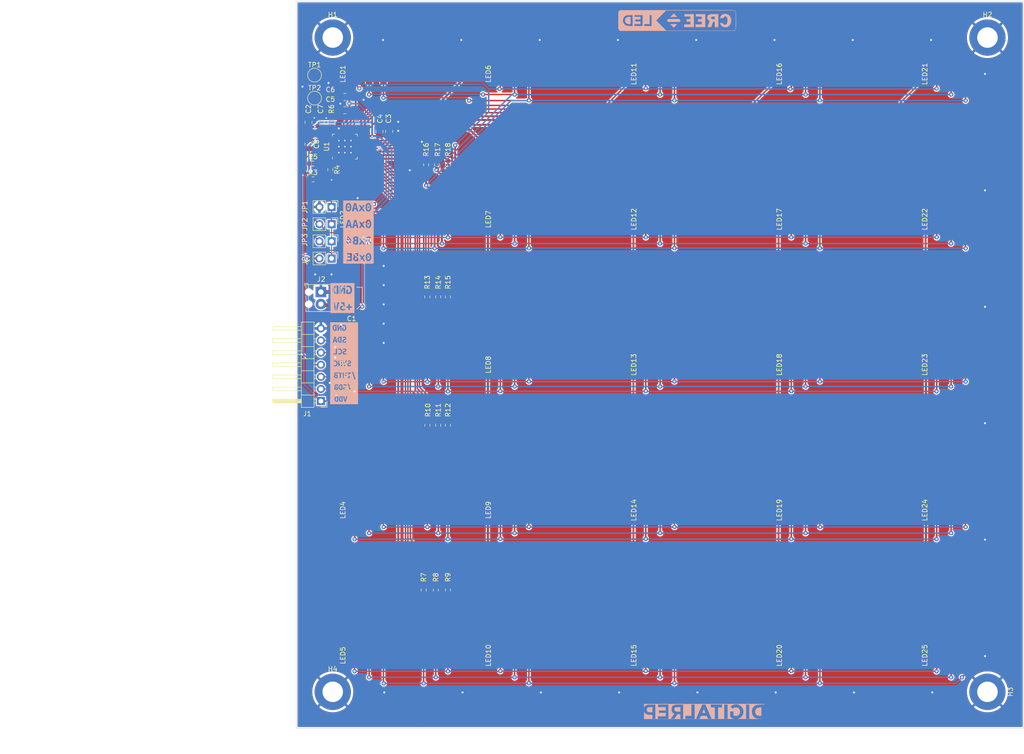
<source format=kicad_pcb>
(kicad_pcb (version 20221018) (generator pcbnew)
  (title_block (title "Cree 5x5 panel") (date "2022-11-07") (company "DigitalREP"))
  (layers (0 "F.Cu" signal "Front") (31 "B.Cu" signal "Back") (34 "B.Paste" user) (35 "F.Paste" user) (36 "B.SilkS" user "B.Silkscreen") (37 "F.SilkS" user "F.Silkscreen") (38 "B.Mask" user) (39 "F.Mask" user) (44 "Edge.Cuts" user))
  (net 0 "")
  (net 1 "VCC")
  (net 2 "GND")
  (net 3 "VDD")
  (net 4 "{slash}SDB")
  (net 5 "{slash}INTB")
  (net 6 "SYNC")
  (net 7 "SDA")
  (net 8 "SCL")
  (net 9 "ADDR")
  (net 10 "SW1")
  (net 11 "SW2")
  (net 12 "SW3")
  (net 13 "CS1")
  (net 14 "SW4")
  (net 15 "SW5")
  (net 16 "SW6")
  (net 17 "SW7")
  (net 18 "SW8")
  (net 19 "SW9")
  (net 20 "SW10")
  (net 21 "SW11")
  (net 22 "SW12")
  (net 23 "CS6")
  (net 24 "CS2")
  (net 25 "CS7")
  (net 26 "CS3")
  (net 27 "CS8")
  (net 28 "CS4")
  (net 29 "CS9")
  (net 30 "CS5")
  (net 31 "CS10")
  (net 32 "Net-(R4-Pad1)")
  (net 33 "Net-(R6-Pad1)")
  (net 36 "Net-(R7-Pad1)")
  (net 37 "Net-(R8-Pad1)")
  (net 38 "Net-(R9-Pad1)")
  (net 39 "Net-(R10-Pad1)")
  (net 40 "Net-(R11-Pad1)")
  (net 41 "Net-(R12-Pad1)")
  (net 42 "Net-(R13-Pad1)")
  (net 43 "Net-(R14-Pad1)")
  (net 44 "Net-(R15-Pad1)")
  (net 45 "Net-(R16-Pad1)")
  (net 46 "Net-(R17-Pad1)")
  (net 47 "Net-(R18-Pad1)")
  (footprint "Samacsys:LED_CREE_PLCC6_3n1" (layer "F.Cu") (at 147.32 27.94 90)
    (fp_text reference "LED6")
    (fp_text value "CV94D")
  )
  (footprint "Resistor_SMD:R_0603_1608Metric" (layer "F.Cu") (at 128.778 46.99 -90)
    (fp_text reference "R16")
    (fp_text value "10R")
  )
  (footprint "Resistor_SMD:R_0603_1608Metric" (layer "F.Cu") (at 110.109 91.44 180)
    (fp_text reference "R1")
    (fp_text value "100K")
  )
  (footprint "Package_DFN_QFN:QFN-40-1EP_5x5mm_P0.4mm_EP3.8x3.8mm" (layer "F.Cu") (at 111.76 43.18 90)
    (fp_text reference "U1")
    (fp_text value "IS31FL3737")
  )
  (footprint "Samacsys:LED_CREE_PLCC6_3n1" (layer "F.Cu") (at 238.76 58.42 90)
    (fp_text reference "LED22")
    (fp_text value "CV94D")
  )
  (footprint "TerminalBlock_Phoenix:TerminalBlock_Phoenix_MPT-0,5-2-2.54_1x02_P2.54mm_Horizontal" (layer "F.Cu") (at 106.737 73.66 -90)
    (fp_text reference "J2")
    (fp_text value "Screw_Terminal_01x02")
  )
  (footprint "Connector_PinHeader_2.54mm:PinHeader_1x02_P2.54mm_Vertical" (layer "F.Cu") (at 108.971 66.636 -90)
    (fp_text reference "JP4")
    (fp_text value "Jumper_2_Open" hide)
  )
  (footprint "Connector_PinHeader_2.54mm:PinHeader_1x02_P2.54mm_Vertical" (layer "F.Cu") (at 108.971 59.436 -90)
    (fp_text reference "JP2")
    (fp_text value "Jumper_2_Open" hide)
  )
  (footprint "Capacitor_SMD:C_0805_2012Metric" (layer "F.Cu") (at 104.14 38.1 90)
    (fp_text reference "C2")
    (fp_text value "474")
  )
  (footprint "TestPoint:TestPoint_Pad_D2.5mm" (layer "F.Cu") (at 105.41 28.194)
    (fp_text reference "TP1")
    (fp_text value "TestPoint" hide)
  )
  (footprint "Samacsys:LED_CREE_PLCC6_3n1" (layer "F.Cu") (at 147.32 149.86 90)
    (fp_text reference "LED10")
    (fp_text value "CV94D")
  )
  (footprint "Samacsys:LED_CREE_PLCC6_3n1" (layer "F.Cu") (at 208.28 27.94 90)
    (fp_text reference "LED16")
    (fp_text value "CV94D")
  )
  (footprint "Samacsys:LED_CREE_PLCC6_3n1" (layer "F.Cu") (at 116.84 149.86 90)
    (fp_text reference "LED5")
    (fp_text value "CV94D")
  )
  (footprint "Samacsys:LED_CREE_PLCC6_3n1" (layer "F.Cu") (at 177.8 119.38 90)
    (fp_text reference "LED14")
    (fp_text value "CV94D")
  )
  (footprint "Connector_PinHeader_2.54mm:PinHeader_1x07_P2.54mm_Horizontal" (layer "F.Cu") (at 106.737 96.525 180)
    (fp_text reference "J1")
    (fp_text value "Conn_01x07")
  )
  (footprint "TestPoint:TestPoint_Pad_D2.5mm" (layer "F.Cu") (at 105.41 33.02)
    (fp_text reference "TP2")
    (fp_text value "TestPoint" hide)
  )
  (footprint "Capacitor_SMD:C_0805_2012Metric" (layer "F.Cu") (at 104.14 42.672 -90)
    (fp_text reference "C8")
    (fp_text value "474")
  )
  (footprint "Resistor_SMD:R_0603_1608Metric" (layer "F.Cu") (at 105.093 46.736)
    (fp_text reference "R5")
    (fp_text value "2K2")
  )
  (footprint "Resistor_SMD:R_0603_1608Metric" (layer "F.Cu") (at 133.35 46.99 -90)
    (fp_text reference "R18")
    (fp_text value "39R")
  )
  (footprint "Resistor_SMD:R_0603_1608Metric" (layer "F.Cu") (at 131.064 46.99 -90)
    (fp_text reference "R17")
    (fp_text value "10R")
  )
  (footprint "Samacsys:LED_CREE_PLCC6_3n1" (layer "F.Cu") (at 238.76 119.38 90)
    (fp_text reference "LED24")
    (fp_text value "CV94D")
  )
  (footprint "Resistor_SMD:R_0603_1608Metric" (layer "F.Cu") (at 129.032 74.676 -90)
    (fp_text reference "R13")
    (fp_text value "10R")
  )
  (footprint "Samacsys:LED_CREE_PLCC6_3n1" (layer "F.Cu") (at 177.8 27.94 90)
    (fp_text reference "LED11")
    (fp_text value "CV94D")
  )
  (footprint "Resistor_SMD:R_0603_1608Metric" (layer "F.Cu") (at 131.318 74.676 -90)
    (fp_text reference "R14")
    (fp_text value "10R")
  )
  (footprint "Resistor_SMD:R_0603_1608Metric" (layer "F.Cu") (at 131.318 101.6 -90)
    (fp_text reference "R11")
    (fp_text value "10R")
  )
  (footprint "Capacitor_SMD:C_0805_2012Metric" (layer "F.Cu") (at 111.76 35.56 180)
    (fp_text reference "C5")
    (fp_text value "104")
  )
  (footprint "Samacsys:LED_CREE_PLCC6_3n1" (layer "F.Cu") (at 177.8 88.9 90)
    (fp_text reference "LED13")
    (fp_text value "CV94D")
  )
  (footprint "Samacsys:LED_CREE_PLCC6_3n1" (layer "F.Cu") (at 208.28 119.38 90)
    (fp_text reference "LED19")
    (fp_text value "CV94D")
  )
  (footprint "Samacsys:LED_CREE_PLCC6_3n1" (layer "F.Cu") (at 147.32 88.9 90)
    (fp_text reference "LED8")
    (fp_text value "CV94D")
  )
  (footprint "MountingHole:MountingHole_4.3mm_M4_ISO7380_Pad_TopBottom" (layer "F.Cu") (at 109.22 157.48)
    (fp_text reference "H4")
    (fp_text value "MountingHole_Pad")
  )
  (footprint "Connector_PinHeader_2.54mm:PinHeader_1x02_P2.54mm_Vertical" (layer "F.Cu") (at 108.971 63.036 -90)
    (fp_text reference "JP3")
    (fp_text value "Jumper_2_Open" hide)
  )
  (footprint "Samacsys:LED_CREE_PLCC6_3n1" (layer "F.Cu") (at 208.28 58.42 90)
    (fp_text reference "LED17")
    (fp_text value "CV94D")
  )
  (footprint "Samacsys:LED_CREE_PLCC6_3n1" (layer "F.Cu") (at 238.76 88.9 90)
    (fp_text reference "LED23")
    (fp_text value "CV94D")
  )
  (footprint "Connector_PinHeader_2.54mm:PinHeader_1x02_P2.54mm_Vertical" (layer "F.Cu") (at 108.971 55.836 -90)
    (fp_text reference "JP1")
    (fp_text value "Jumper_2_Open" hide)
  )
  (footprint "Samacsys:LED_CREE_PLCC6_3n1" (layer "F.Cu") (at 238.76 149.86 90)
    (fp_text reference "LED25")
    (fp_text value "CV94D")
  )
  (footprint "Samacsys:LED_CREE_PLCC6_3n1" (layer "F.Cu") (at 116.84 27.94 90)
    (fp_text reference "LED1")
    (fp_text value "CV94D")
  )
  (footprint "Samacsys:LED_CREE_PLCC6_3n1" (layer "F.Cu") (at 116.84 119.38 90)
    (fp_text reference "LED4")
    (fp_text value "CV94D")
  )
  (footprint "Resistor_SMD:R_0603_1608Metric" (layer "F.Cu") (at 105.093 50.036)
    (fp_text reference "R3")
    (fp_text value "2K2")
  )
  (footprint "Capacitor_SMD:C_0805_2012Metric" (layer "F.Cu") (at 118.999 40.005 90)
    (fp_text reference "C4")
    (fp_text value "474")
  )
  (footprint "Resistor_SMD:R_0805_2012Metric" (layer "F.Cu") (at 108.966 38.1 90)
    (fp_text reference "R6")
    (fp_text value "20K")
  )
  (footprint "Resistor_SMD:R_0603_1608Metric" (layer "F.Cu") (at 133.35 136.144 -90)
    (fp_text reference "R9")
    (fp_text value "39R")
  )
  (footprint "Samacsys:LED_CREE_PLCC6_3n1" (layer "F.Cu") (at 116.84 88.9 90)
    (fp_text reference "LED3")
    (fp_text value "CV94D")
  )
  (footprint "Resistor_SMD:R_0603_1608Metric" (layer "F.Cu") (at 108.712 48.006 -90)
    (fp_text reference "R4")
    (fp_text value "100K")
  )
  (footprint "Fiducial:Fiducial_0.5mm_Mask1mm" (layer "F.Cu") (at 116.84 157.48)
    (fp_text reference "FID2" hide)
    (fp_text value "Fiducial")
  )
  (footprint "Samacsys:LED_CREE_PLCC6_3n1" (layer "F.Cu") (at 177.8 149.86 90)
    (fp_text reference "LED15")
    (fp_text value "CV94D")
  )
  (footprint "Resistor_SMD:R_0603_1608Metric" (layer "F.Cu") (at 128.27 136.144 -90)
    (fp_text reference "R7")
    (fp_text value "10R")
  )
  (footprint "Samacsys:LED_CREE_PLCC6_3n1" (layer "F.Cu") (at 177.8 58.42 90)
    (fp_text reference "LED12")
    (fp_text value "CV94D")
  )
  (footprint "Samacsys:LED_CREE_PLCC6_3n1" (layer "F.Cu") (at 147.32 119.38 90)
    (fp_text reference "LED9")
    (fp_text value "CV94D")
  )
  (footprint "Samacsys:LED_CREE_PLCC6_3n1" (layer "F.Cu") (at 116.84 58.42 90)
    (fp_text reference "LED2")
    (fp_text value "CV94D")
  )
  (footprint "MountingHole:MountingHole_4.3mm_M4_ISO7380_Pad_TopBottom" (layer "F.Cu") (at 109.22 20.32)
    (fp_text reference "H1")
    (fp_text value "MountingHole_Pad")
  )
  (footprint "Capacitor_SMD:C_0805_2012Metric" (layer "F.Cu") (at 121.031 40.005 90)
    (fp_text reference "C3")
    (fp_text value "104")
  )
  (footprint "Capacitor_SMD:C_0805_2012Metric" (layer "F.Cu") (at 106.68 38.1 90)
    (fp_text reference "C7")
    (fp_text value "104")
  )
  (footprint "Samacsys:LED_CREE_PLCC6_3n1" (layer "F.Cu") (at 147.32 58.42 90)
    (fp_text reference "LED7")
    (fp_text value "CV94D")
  )
  (footprint "Capacitor_SMD:CP_Elec_4x4.5" (layer "F.Cu") (at 113.157 74.93 90)
    (fp_text reference "C1")
    (fp_text value "22uF")
  )
  (footprint "Samacsys:LED_CREE_PLCC6_3n1" (layer "F.Cu") (at 208.28 149.86 90)
    (fp_text reference "LED20")
    (fp_text value "CV94D")
  )
  (footprint "Resistor_SMD:R_0603_1608Metric" (layer "F.Cu") (at 133.35 101.6 -90)
    (fp_text reference "R12")
    (fp_text value "39R")
  )
  (footprint "Capacitor_SMD:C_0805_2012Metric" (layer "F.Cu") (at 111.76 32.766 180)
    (fp_text reference "C6")
    (fp_text value "474")
  )
  (footprint "Resistor_SMD:R_0603_1608Metric" (layer "F.Cu") (at 133.35 74.676 -90)
    (fp_text reference "R15")
    (fp_text value "39R")
  )
  (footprint "Samacsys:LED_CREE_PLCC6_3n1" (layer "F.Cu") (at 238.76 27.94 90)
    (fp_text reference "LED21")
    (fp_text value "CV94D")
  )
  (footprint "MountingHole:MountingHole_4.3mm_M4_ISO7380_Pad_TopBottom" (layer "F.Cu") (at 246.38 20.32)
    (fp_text reference "H2")
    (fp_text value "MountingHole_Pad")
  )
  (footprint "Samacsys:LED_CREE_PLCC6_3n1" (layer "F.Cu") (at 208.28 88.9 90)
    (fp_text reference "LED18")
    (fp_text value "CV94D")
  )
  (footprint "Resistor_SMD:R_0603_1608Metric" (layer "F.Cu") (at 110.109 93.98)
    (fp_text reference "R2")
    (fp_text value "100K")
  )
  (footprint "MountingHole:MountingHole_4.3mm_M4_ISO7380_Pad_TopBottom" (layer "F.Cu") (at 246.38 157.48 -90)
    (fp_text reference "H3")
    (fp_text value "MountingHole_Pad")
  )
  (footprint "Resistor_SMD:R_0603_1608Metric" (layer "F.Cu") (at 129.032 101.6 -90)
    (fp_text reference "R10")
    (fp_text value "10R")
  )
  (footprint "Resistor_SMD:R_0603_1608Metric" (layer "F.Cu") (at 130.81 136.144 -90)
    (fp_text reference "R8")
    (fp_text value "10R")
  )
  (footprint "Fiducial:Fiducial_0.5mm_Mask1mm" (layer "F.Cu") (at 238.76 20.32)
    (fp_text reference "FID1" hide)
    (fp_text value "Fiducial")
  )
  (footprint "kibuzzard-634588F2" (layer "B.Cu") (at 114.6 61.1 180)
    (fp_text reference "kibuzzard-634588F2" hide)
    (fp_text value "G***" hide)
  )
  (footprint "MyModules:repword_soldermask" (layer "B.Cu") (at 178.65 161.6 180)
    (fp_text reference "G***" hide)
    (fp_text value "LOGO" hide)
  )
  (footprint "kibuzzard-6345892A" (layer "B.Cu") (at 111.252 74.93 180)
    (fp_text reference "kibuzzard-6345892A" hide)
    (fp_text value "G***" hide)
  )
  (footprint "MyModules:cree" (layer "B.Cu") (at 181.356 16.764 180)
    (fp_text reference "G***" hide)
    (fp_text value "LOGO" hide)
  )
  (footprint "MyModules:digital" (layer "B.Cu") (at 187.1 161.6 180)
    (fp_text reference "G***" hide)
    (fp_text value "LOGO" hide)
  )
  (footprint "kibuzzard-63458A05" (layer "B.Cu") (at 111.6 88.6 180)
    (fp_text reference "kibuzzard-63458A05" hide)
    (fp_text value "G***" hide)
  )
  (gr_line (start 254 12.7) (end 101.6 12.7) (stroke (width 0.1)) (layer "Edge.Cuts"))
  (gr_line (start 101.6 165.1) (end 127 165.1) (stroke (width 0.1)) (layer "Edge.Cuts"))
  (gr_line (start 127 165.1) (end 254 165.1) (stroke (width 0.1)) (layer "Edge.Cuts"))
  (gr_line (start 254 165.1) (end 254 12.7) (stroke (width 0.1)) (layer "Edge.Cuts"))
  (gr_line (start 101.6 12.7) (end 101.6 165.1) (stroke (width 0.1)) (layer "Edge.Cuts"))
  (segment (start 106.967 76.43) (end 106.737 76.2) (width 0.4064) (layer "F.Cu") (net 1))
  (segment (start 112.71 35.56) (end 112.71 34.163) (width 0.4064) (layer "F.Cu") (net 1))
  (segment (start 111.56 40.6925) (end 111.554099 40.686599) (width 0.2032) (layer "F.Cu") (net 1))
  (segment (start 112.71 37.15) (end 111.887 37.973) (width 0.4064) (layer "F.Cu") (net 1))
  (segment (start 105.476 39.05) (end 106.68 39.05) (width 0.4064) (layer "F.Cu") (net 1))
  (segment (start 111.506 39.273802) (end 111.506 38.354) (width 0.3048) (layer "F.Cu") (net 1))
  (segment (start 111.554099 39.321901) (end 111.506 39.273802) (width 0.2032) (layer "F.Cu") (net 1))
  (segment (start 116.017 40.955) (end 115.824 41.148) (width 0.4064) (layer "F.Cu") (net 1))
  (segment (start 106.68 39.05) (end 106.68 40.894) (width 0.4064) (layer "F.Cu") (net 1))
  (segment (start 111.887 37.973) (end 111.506 38.354) (width 0.3048) (layer "F.Cu") (net 1))
  (segment (start 109.2725 41.38) (end 106.912 41.38) (width 0.2032) (layer "F.Cu") (net 1))
  (segment (start 106.912 41.38) (end 106.68 41.148) (width 0.2032) (layer "F.Cu") (net 1))
  (segment (start 113.157 76.73) (end 115.36805 76.73) (width 0.8128) (layer "F.Cu") (net 1))
  (segment (start 106.68 41.148) (end 106.68 40.894) (width 0.2032) (layer "F.Cu") (net 1))
  (segment (start 115.36805 76.73) (end 115.394525 76.703525) (width 0.4064) (layer "F.Cu") (net 1))
  (segment (start 115.824 41.148) (end 115.951 41.021) (width 0.25) (layer "F.Cu") (net 1))
  (segment (start 112.71 32.766) (end 112.71 31.176) (width 0.2032) (layer "F.Cu") (net 1))
  (segment (start 111.554099 40.686599) (end 111.554099 39.321901) (width 0.2032) (layer "F.Cu") (net 1))
  (segment (start 109.728 28.194) (end 105.41 28.194) (width 0.2032) (layer "F.Cu") (net 1))
  (segment (start 117.795 40.955) (end 116.017 40.955) (width 0.4064) (layer "F.Cu") (net 1))
  (segment (start 112.71 31.176) (end 109.728 28.194) (width 0.2032) (layer "F.Cu") (net 1))
  (segment (start 112.71 35.56) (end 112.71 37.15) (width 0.4064) (layer "F.Cu") (net 1))
  (segment (start 112.522 76.43) (end 106.967 76.43) (width 0.8128) (layer "F.Cu") (net 1))
  (segment (start 118.999 40.955) (end 121.031 40.955) (width 0.4) (layer "F.Cu") (net 1))
  (segment (start 117.795 40.955) (end 118.999 40.955) (width 0.4) (layer "F.Cu") (net 1))
  (segment (start 104.14 39.05) (end 105.476 39.05) (width 0.4064) (layer "F.Cu") (net 1))
  (segment (start 115.192 41.78) (end 115.824 41.148) (width 0.2032) (layer "F.Cu") (net 1))
  (segment (start 112.71 32.766) (end 112.71 34.163) (width 0.4064) (layer "F.Cu") (net 1))
  (segment (start 114.2475 41.78) (end 115.192 41.78) (width 0.2) (layer "F.Cu") (net 1))
  (via (at 105.476 39.05) (size 0.6) (drill 0.3) (layers "F.Cu" "B.Cu") (net 1))
  (via (at 115.394525 76.703525) (size 0.9) (drill 0.4) (layers "F.Cu" "B.Cu") (net 1))
  (via (at 112.71 34.163) (size 0.9) (drill 0.4) (layers "F.Cu" "B.Cu") (net 1))
  (via (at 117.475 41.021) (size 0.6) (drill 0.3) (layers "F.Cu" "B.Cu") (net 1))
  (segment (start 118.999 41.021) (end 117.475 41.021) (width 0.4064) (layer "B.Cu") (net 1))
  (segment (start 115.394525 76.703525) (end 115.394525 67.642525) (width 0.4064) (layer "B.Cu") (net 1))
  (segment (start 112.776 65.024) (end 112.776 62.103) (width 0.4064) (layer "B.Cu") (net 1))
  (segment (start 117.475 37.084) (end 117.475 38.1) (width 0.4064) (layer "B.Cu") (net 1))
  (segment (start 114.554 34.163) (end 112.71 34.163) (width 0.4064) (layer "B.Cu") (net 1))
  (segment (start 117.475 38.1) (end 117.475 41.021) (width 0.4064) (layer "B.Cu") (net 1))
  (segment (start 117.475 37.084) (end 114.554 34.163) (width 0.4064) (layer "B.Cu") (net 1))
  (segment (start 106.426 38.1) (end 117.475 38.1) (width 0.4064) (layer "B.Cu") (net 1))
  (segment (start 121.539 43.561) (end 118.999 41.021) (width 0.4064) (layer "B.Cu") (net 1))
  (segment (start 105.476 39.05) (end 106.426 38.1) (width 0.4064) (layer "B.Cu") (net 1))
  (segment (start 115.394525 67.642525) (end 112.776 65.024) (width 0.4064) (layer "B.Cu") (net 1))
  (segment (start 121.539 53.34) (end 121.539 43.561) (width 0.4064) (layer "B.Cu") (net 1))
  (segment (start 112.776 62.103) (end 121.539 53.34) (width 0.4064) (layer "B.Cu") (net 1))
  (segment (start 112.292 73.66) (end 112.522 73.43) (width 0.4064) (layer "F.Cu") (net 2))
  (segment (start 118.999 39.055) (end 121.031 39.055) (width 0.4064) (layer "F.Cu") (net 2))
  (segment (start 113.56 44.98) (end 112.522 43.942) (width 0.2) (layer "F.Cu") (net 2))
  (segment (start 121.031 39.055) (end 122.113 39.055) (width 0.4064) (layer "F.Cu") (net 2))
  (segment (start 110.556 33.02) (end 105.41 33.02) (width 0.2032) (layer "F.Cu") (net 2))
  (segment (start 110.81 35.56) (end 110.81 32.766) (width 0.4064) (layer "F.Cu") (net 2))
  (segment (start 110.36 41.78) (end 110.49 41.91) (width 0.2032) (layer "F.Cu") (net 2))
  (segment (start 111.16 43.78) (end 111.76 43.18) (width 0.2) (layer "F.Cu") (net 2))
  (segment (start 109.2725 44.98) (end 109.96 44.98) (width 0.2) (layer "F.Cu") (net 2))
  (segment (start 111.16 45.6675) (end 111.16 43.78) (width 0.2) (layer "F.Cu") (net 2))
  (segment (start 122.113 39.055) (end 122.936 39.878) (width 0.4064) (layer "F.Cu") (net 2))
  (segment (start 104.14 37.15) (end 105.344 37.15) (width 0.4064) (layer "F.Cu") (net 2))
  (segment (start 109.96 44.98) (end 110.998 43.942) (width 0.2) (layer "F.Cu") (net 2))
  (segment (start 114.2475 44.98) (end 113.56 44.98) (width 0.2) (layer "F.Cu") (net 2))
  (segment (start 112.522 43.942) (end 111.76 43.18) (width 0.2) (layer "F.Cu") (net 2))
  (segment (start 110.36 40.6925) (end 110.36 41.78) (width 0.2032) (layer "F.Cu") (net 2))
  (segment (start 110.81 32.766) (end 110.556 33.02) (width 0.2032) (layer "F.Cu") (net 2))
  (segment (start 106.7175 37.1875) (end 106.68 37.15) (width 0.4064) (layer "F.Cu") (net 2))
  (segment (start 110.807 94.552) (end 109.982 95.377) (width 0.3048) (layer "F.Cu") (net 2))
  (segment (start 110.807 93.98) (end 110.807 94.552) (width 0.3048) (layer "F.Cu") (net 2))
  (segment (start 110.36 39.5) (end 110.49 39.37) (width 0.2032) (layer "F.Cu") (net 2))
  (segment (start 108.966 37.1875) (end 107.8465 37.1875) (width 0.4064) (layer "F.Cu") (net 2))
  (segment (start 110.36 40.6925) (end 110.36 39.5) (width 0.2032) (layer "F.Cu") (net 2))
  (segment (start 105.344 37.15) (end 106.68 37.15) (width 0.4064) (layer "F.Cu") (net 2))
  (segment (start 106.967 73.43) (end 106.737 73.66) (width 0.4064) (layer "F.Cu") (net 2))
  (segment (start 107.8465 37.1875) (end 106.7175 37.1875) (width 0.4064) (layer "F.Cu") (net 2))
  (segment (start 110.998 43.942) (end 111.76 43.18) (width 0.2) (layer "F.Cu") (net 2))
  (segment (start 106.737 73.66) (end 112.292 73.66) (width 0.8128) (layer "F.Cu") (net 2))
  (via (at 120.015 157.607) (size 0.9) (drill 0.4) (layers "F.Cu" "B.Cu") (net 2))
  (via (at 202.02071 157.607) (size 0.9) (drill 0.4) (layers "F.Cu" "B.Cu") (net 2))
  (via (at 108.331 29.845) (size 0.9) (drill 0.4) (layers "F.Cu" "B.Cu") (net 2))
  (via (at 169.218426 157.607) (size 0.9) (drill 0.4) (layers "F.Cu" "B.Cu") (net 2))
  (via (at 110.49 39.37) (size 0.9) (drill 0.4) (layers "F.Cu" "B.Cu") (net 2))
  (via (at 119.761 20.828) (size 0.9) (drill 0.4) (layers "F.Cu" "B.Cu") (net 2))
  (via (at 119.888 84.328) (size 0.9) (drill 0.4) (layers "F.Cu" "B.Cu") (net 2))
  (via (at 152.563284 20.828) (size 0.9) (drill 0.4) (layers "F.Cu" "B.Cu") (net 2))
  (via (at 245.872 125.5776) (size 0.9) (drill 0.4) (layers "F.Cu" "B.Cu") (net 2))
  (via (at 107.8465 37.1875) (size 0.6) (drill 0.3) (layers "F.Cu" "B.Cu") (net 2))
  (via (at 245.872 76.7588) (size 0.9) (drill 0.4) (layers "F.Cu" "B.Cu") (net 2))
  (via (at 122.936 37.973) (size 0.9) (drill 0.4) (layers "F.Cu" "B.Cu") (net 2))
  (via (at 114.427 53.975) (size 0.9) (drill 0.4) (layers "F.Cu" "B.Cu") (net 2))
  (via (at 201.76671 20.828) (size 0.9) (drill 0.4) (layers "F.Cu" "B.Cu") (net 2))
  (via (at 119.888 76.2635) (size 0.9) (drill 0.4) (layers "F.Cu" "B.Cu") (net 2))
  (via (at 119.888 80.29575) (size 0.9) (drill 0.4) (layers "F.Cu" "B.Cu") (net 2))
  (via (at 111.76 43.18) (size 0.6) (drill 0.3) (layers "F.Cu" "B.Cu") (net 2))
  (via (at 152.817284 157.607) (size 0.9) (drill 0.4) (layers "F.Cu" "B.Cu") (net 2))
  (via (at 168.964426 20.828) (size 0.9) (drill 0.4) (layers "F.Cu" "B.Cu") (net 2))
  (via (at 113.03 41.91) (size 0.6) (drill 0.3) (layers "F.Cu" "B.Cu") (net 2))
  (via (at 122.936 39.878) (size 0.9) (drill 0.4) (layers "F.Cu" "B.Cu") (net 2))
  (via (at 111.76 41.91) (size 0.6) (drill 0.3) (layers "F.Cu" "B.Cu") (net 2))
  (via (at 111.76 44.45) (size 0.6) (drill 0.3) (layers "F.Cu" "B.Cu") (net 2))
  (via (at 109.982 95.377) (size 0.6) (drill 0.3) (layers "F.Cu" "B.Cu") (net 2))
  (via (at 185.365568 20.828) (size 0.9) (drill 0.4) (layers "F.Cu" "B.Cu") (net 2))
  (via (at 245.872 149.987) (size 0.9) (drill 0.4) (layers "F.Cu" "B.Cu") (net 2))
  (via (at 234.569 20.828) (size 0.9) (drill 0.4) (layers "F.Cu" "B.Cu") (net 2))
  (via (at 113.03 44.45) (size 0.6) (drill 0.3) (layers "F.Cu" "B.Cu") (net 2))
  (via (at 119.888 72.23125) (size 0.9) (drill 0.4) (layers "F.Cu" "B.Cu") (net 2))
  (via (at 245.872 101.1682) (size 0.9) (drill 0.4) (layers "F.Cu" "B.Cu") (net 2))
  (via (at 110.81 34.163) (size 0.9) (drill 0.4) (layers "F.Cu" "B.Cu") (net 2))
  (via (at 218.167852 20.828) (size 0.9) (drill 0.4) (layers "F.Cu" "B.Cu") (net 2))
  (via (at 234.823 157.607) (size 0.9) (drill 0.4) (layers "F.Cu" "B.Cu") (net 2))
  (via (at 102.87 30.607) (size 0.9) (drill 0.4) (layers "F.Cu" "B.Cu") (net 2))
  (via (at 127.889 42.164) (size 0.9) (drill 0.4) (layers "F.Cu" "B.Cu") (net 2))
  (via (at 105.537 69.977) (size 0.9) (drill 0.4) (layers "F.Cu" "B.Cu") (net 2))
  (via (at 115.670961 33.366836) (size 0.9) (drill 0.4) (layers "F.Cu" "B.Cu") (net 2))
  (via (at 185.619568 157.607) (size 0.9) (drill 0.4) (layers "F.Cu" "B.Cu") (net 2))
  (via (at 108.585 92.71) (size 0.9) (drill 0.4) (layers "F.Cu" "B.Cu") (net 2))
  (via (at 136.416142 157.607) (size 0.9) (drill 0.4) (layers "F.Cu" "B.Cu") (net 2))
  (via (at 109.728 87.376) (size 0.9) (drill 0.4) (layers "F.Cu" "B.Cu") (net 2))
  (via (at 110.49 41.91) (size 0.6) (drill 0.3) (layers "F.Cu" "B.Cu") (net 2))
  (via (at 119.888 68.199) (size 0.9) (drill 0.4) (layers "F.Cu" "B.Cu") (net 2))
  (via (at 110.49 43.18) (size 0.6) (drill 0.3) (layers "F.Cu" "B.Cu") (net 2))
  (via (at 245.872 27.94) (size 0.9) (drill 0.4) (layers "F.Cu" "B.Cu") (net 2))
  (via (at 110.49 44.45) (size 0.6) (drill 0.3) (layers "F.Cu" "B.Cu") (net 2))
  (via (at 110.998 80.518) (size 0.9) (drill 0.4) (layers "F.Cu" "B.Cu") (net 2))
  (via (at 125.349 48.133) (size 0.9) (drill 0.4) (layers "F.Cu" "B.Cu") (net 2))
  (via (at 105.344 37.15) (size 0.6) (drill 0.3) (layers "F.Cu" "B.Cu") (net 2))
  (via (at 245.872 52.3494) (size 0.9) (drill 0.4) (layers "F.Cu" "B.Cu") (net 2))
  (via (at 113.03 43.18) (size 0.6) (drill 0.3) (layers "F.Cu" "B.Cu") (net 2))
  (via (at 109.728 85.217) (size 0.9) (drill 0.4) (layers "F.Cu" "B.Cu") (net 2))
  (via (at 218.421852 157.607) (size 0.9) (drill 0.4) (layers "F.Cu" "B.Cu") (net 2))
  (via (at 136.162142 20.828) (size 0.9) (drill 0.4) (layers "F.Cu" "B.Cu") (net 2))
  (via (at 108.966 50.165) (size 0.6) (drill 0.3) (layers "F.Cu" "B.Cu") (net 2))
  (via (at 108.966 69.977) (size 0.9) (drill 0.4) (layers "F.Cu" "B.Cu") (net 2))
  (segment (start 104.59 41.78) (end 105.54 41.78) (width 0.3048) (layer "F.Cu") (net 3))
  (segment (start 106.431 66.636) (end 103.798 66.636) (width 0.4064) (layer "F.Cu") (net 3))
  (segment (start 111.501 96.525) (end 112.014 96.012) (width 0.3048) (layer "F.Cu") (net 3))
  (segment (start 104.268 48.386) (end 104.268 46.736) (width 0.3048) (layer "F.Cu") (net 3))
  (segment (start 111.633 91.44) (end 110.807 91.44) (width 0.3048) (layer "F.Cu") (net 3))
  (segment (start 105.54 41.78) (end 106.68 41.78) (width 0.3048) (layer "F.Cu") (net 3))
  (segment (start 112.014 96.012) (end 112.014 91.821) (width 0.3048) (layer "F.Cu") (net 3))
  (segment (start 112.014 91.821) (end 111.633 91.44) (width 0.3048) (layer "F.Cu") (net 3))
  (segment (start 104.268 50.036) (end 104.268 48.386) (width 0.3048) (layer "F.Cu") (net 3))
  (segment (start 106.737 96.525) (end 111.501 96.525) (width 0.3048) (layer "F.Cu") (net 3))
  (segment (start 109.2725 41.78) (end 106.68 41.78) (width 0.2032) (layer "F.Cu") (net 3))
  (via (at 103.798 66.636) (size 0.9) (drill 0.4) (layers "F.Cu" "B.Cu") (net 3))
  (via (at 104.268 48.386) (size 0.6) (drill 0.3) (layers "F.Cu" "B.Cu") (net 3))
  (via (at 105.54 41.78) (size 0.6) (drill 0.3) (layers "F.Cu" "B.Cu") (net 3))
  (segment (start 106.737 96.525) (end 103.124 92.912) (width 0.4064) (layer "B.Cu") (net 3))
  (segment (start 104.268 48.386) (end 104.268 43.052) (width 0.4064) (layer "B.Cu") (net 3))
  (segment (start 103.71 66.548) (end 103.124 66.548) (width 0.4064) (layer "B.Cu") (net 3))
  (segment (start 103.124 49.53) (end 104.268 48.386) (width 0.4064) (layer "B.Cu") (net 3))
  (segment (start 103.124 92.912) (end 103.124 66.548) (width 0.4064) (layer "B.Cu") (net 3))
  (segment (start 104.268 43.052) (end 105.54 41.78) (width 0.4064) (layer "B.Cu") (net 3))
  (segment (start 103.124 66.548) (end 103.124 49.53) (width 0.4064) (layer "B.Cu") (net 3))
  (segment (start 103.798 66.636) (end 103.71 66.548) (width 0.4064) (layer "B.Cu") (net 3))
  (segment (start 107.696 50.8) (end 110.998 54.102) (width 0.2032) (layer "F.Cu") (net 4))
  (segment (start 109.152 93.985) (end 106.737 93.985) (width 0.2032) (layer "F.Cu") (net 4))
  (segment (start 110.109 89.281) (end 110.109 93.028) (width 0.2032) (layer "F.Cu") (net 4))
  (segment (start 109.2725 44.18) (end 107.966 44.18) (width 0.2032) (layer "F.Cu") (net 4))
  (segment (start 110.998 54.102) (end 110.998 60.706) (width 0.2032) (layer "F.Cu") (net 4))
  (segment (start 117.348 82.042) (end 110.109 89.281) (width 0.2032) (layer "F.Cu") (net 4))
  (segment (start 107.966 44.18) (end 107.696 44.45) (width 0.2032) (layer "F.Cu") (net 4))
  (segment (start 107.696 44.45) (end 107.696 50.8) (width 0.2032) (layer "F.Cu") (net 4))
  (segment (start 110.109 93.028) (end 109.152 93.985) (width 0.2032) (layer "F.Cu") (net 4))
  (segment (start 117.348 67.056) (end 117.348 82.042) (width 0.2032) (layer "F.Cu") (net 4))
  (segment (start 110.998 60.706) (end 117.348 67.056) (width 0.2032) (layer "F.Cu") (net 4))
  (segment (start 107.512 43.78) (end 109.2725 43.78) (width 0.2032) (layer "F.Cu") (net 5))
  (segment (start 109.279 91.445) (end 109.284 91.44) (width 0.2032) (layer "F.Cu") (net 5))
  (segment (start 107.188 44.104) (end 107.512 43.78) (width 0.2032) (layer "F.Cu") (net 5))
  (segment (start 116.84 67.050188) (end 110.642899 60.853088) (width 0.2032) (layer "F.Cu") (net 5))
  (segment (start 110.642899 60.853088) (end 110.642899 54.249087) (width 0.2032) (layer "F.Cu") (net 5))
  (segment (start 107.188 45.88457) (end 107.188 44.104) (width 0.2032) (layer "F.Cu") (net 5))
  (segment (start 109.284 89.09) (end 116.84 81.534) (width 0.2032) (layer "F.Cu") (net 5))
  (segment (start 110.642899 54.249087) (end 107.282203 50.888391) (width 0.2032) (layer "F.Cu") (net 5))
  (segment (start 107.282203 50.888391) (end 107.282203 45.978774) (width 0.2032) (layer "F.Cu") (net 5))
  (segment (start 109.284 91.44) (end 109.284 89.09) (width 0.2032) (layer "F.Cu") (net 5))
  (segment (start 116.84 81.534) (end 116.84 67.050188) (width 0.2032) (layer "F.Cu") (net 5))
  (segment (start 107.282203 45.978774) (end 107.188 45.88457) (width 0.2032) (layer "F.Cu") (net 5))
  (segment (start 106.737 91.445) (end 109.279 91.445) (width 0.2032) (layer "F.Cu") (net 5))
  (segment (start 107.019764 42.18) (end 102.743 46.456764) (width 0.2032) (layer "F.Cu") (net 6))
  (segment (start 109.2725 42.18) (end 107.019764 42.18) (width 0.2032) (layer "F.Cu") (net 6))
  (segment (start 105.288 88.905) (end 106.737 88.905) (width 0.2032) (layer "F.Cu") (net 6))
  (segment (start 102.743 46.456764) (end 102.743 86.36) (width 0.2032) (layer "F.Cu") (net 6))
  (segment (start 102.743 86.36) (end 105.288 88.905) (width 0.2032) (layer "F.Cu") (net 6))
  (segment (start 105.918 47.752) (end 105.156 48.514) (width 0.2032) (layer "F.Cu") (net 7))
  (segment (start 108.292 64.897) (end 106.431 63.036) (width 0.2032) (layer "F.Cu") (net 7))
  (segment (start 105.918 46.736) (end 105.918 43.783952) (width 0.2032) (layer "F.Cu") (net 7))
  (segment (start 107.121952 42.58) (end 109.2725 42.58) (width 0.2032) (layer "F.Cu") (net 7))
  (segment (start 113.284 64.897) (end 108.292 64.897) (width 0.2032) (layer "F.Cu") (net 7))
  (segment (start 106.737 83.825) (end 113.533 83.825) (width 0.2032) (layer "F.Cu") (net 7))
  (segment (start 105.918 46.736) (end 105.918 47.752) (width 0.2032) (layer "F.Cu") (net 7))
  (segment (start 105.156 53.34) (end 104.648 53.848) (width 0.2032) (layer "F.Cu") (net 7))
  (segment (start 104.648 61.253) (end 106.431 63.036) (width 0.2032) (layer "F.Cu") (net 7))
  (segment (start 104.648 53.848) (end 104.648 61.253) (width 0.2032) (layer "F.Cu") (net 7))
  (segment (start 105.918 43.783952) (end 107.121952 42.58) (width 0.2032) (layer "F.Cu") (net 7))
  (segment (start 116.1245 67.7375) (end 113.284 64.897) (width 0.2032) (layer "F.Cu") (net 7))
  (segment (start 113.533 83.825) (end 116.1245 81.2335) (width 0.2032) (layer "F.Cu") (net 7))
  (segment (start 105.156 48.514) (end 105.156 53.34) (width 0.2032) (layer "F.Cu") (net 7))
  (segment (start 116.1245 81.2335) (end 116.1245 67.7375) (width 0.2032) (layer "F.Cu") (net 7))
  (segment (start 107.22414 42.98) (end 106.273101 43.931039) (width 0.2032) (layer "F.Cu") (net 8))
  (segment (start 106.431 59.436) (end 105.156 58.161) (width 0.2032) (layer "F.Cu") (net 8))
  (segment (start 106.572 46.272947) (end 106.572 47.199053) (width 0.2032) (layer "F.Cu") (net 8))
  (segment (start 116.479601 67.457601) (end 110.236 61.214) (width 0.2032) (layer "F.Cu") (net 8))
  (segment (start 109.2725 42.98) (end 107.22414 42.98) (width 0.2032) (layer "F.Cu") (net 8))
  (segment (start 108.209 61.214) (end 106.431 59.436) (width 0.2032) (layer "F.Cu") (net 8))
  (segment (start 111.495188 86.365) (end 116.479601 81.380587) (width 0.2032) (layer "F.Cu") (net 8))
  (segment (start 106.273101 45.974048) (end 106.572 46.272947) (width 0.2032) (layer "F.Cu") (net 8))
  (segment (start 105.918 53.086) (end 105.918 50.036) (width 0.2032) (layer "F.Cu") (net 8))
  (segment (start 106.477798 49.476202) (end 105.918 50.036) (width 0.2032) (layer "F.Cu") (net 8))
  (segment (start 106.572 47.199053) (end 106.477798 47.293255) (width 0.2032) (layer "F.Cu") (net 8))
  (segment (start 105.156 53.848) (end 105.918 53.086) (width 0.2032) (layer "F.Cu") (net 8))
  (segment (start 116.479601 81.380587) (end 116.479601 67.457601) (width 0.2032) (layer "F.Cu") (net 8))
  (segment (start 106.737 86.365) (end 111.495188 86.365) (width 0.2032) (layer "F.Cu") (net 8))
  (segment (start 106.477798 47.293255) (end 106.477798 49.476202) (width 0.2032) (layer "F.Cu") (net 8))
  (segment (start 105.156 58.161) (end 105.156 53.848) (width 0.2032) (layer "F.Cu") (net 8))
  (segment (start 106.273101 43.931039) (end 106.273101 45.974048) (width 0.2032) (layer "F.Cu") (net 8))
  (segment (start 110.236 61.214) (end 108.209 61.214) (width 0.2032) (layer "F.Cu") (net 8))
  (segment (start 106.832899 43.873429) (end 106.832899 46.031657) (width 0.2032) (layer "F.Cu") (net 9))
  (segment (start 107.326328 43.38) (end 106.832899 43.873429) (width 0.2032) (layer "F.Cu") (net 9))
  (segment (start 108.971 55.836) (end 108.971 59.436) (width 0.2032) (layer "F.Cu") (net 9))
  (segment (start 108.971 54.7828) (end 108.971 55.836) (width 0.2032) (layer "F.Cu") (net 9))
  (segment (start 109.2725 43.38) (end 107.326328 43.38) (width 0.2032) (layer "F.Cu") (net 9))
  (segment (start 106.832899 46.031657) (end 106.927101 46.12586) (width 0.2032) (layer "F.Cu") (net 9))
  (segment (start 106.927101 46.12586) (end 106.927101 52.738901) (width 0.2032) (layer "F.Cu") (net 9))
  (segment (start 106.927101 52.738901) (end 108.971 54.7828) (width 0.2032) (layer "F.Cu") (net 9))
  (segment (start 108.971 66.636) (end 108.971 63.036) (width 0.2032) (layer "B.Cu") (net 9))
  (segment (start 108.971 59.436) (end 108.971 63.036) (width 0.2032) (layer "B.Cu") (net 9))
  (segment (start 119.84 155.654) (end 119.888 155.702) (width 0.3048) (layer "F.Cu") (net 10))
  (segment (start 211.28 151.46) (end 211.28 155.654) (width 0.3048) (layer "F.Cu") (net 10))
  (segment (start 150.32 151.46) (end 150.32 155.654) (width 0.3048) (layer "F.Cu") (net 10))
  (segment (start 119.84 151.46) (end 119.84 155.654) (width 0.3048) (layer "F.Cu") (net 10))
  (segment (start 241.76 153.718) (end 241.76 151.46) (width 0.3048) (layer "F.Cu") (net 10))
  (segment (start 128.27 136.969) (end 128.27 155.702) (width 0.3048) (layer "F.Cu") (net 10))
  (segment (start 241.046 154.432) (end 241.76 153.718) (width 0.3048) (layer "F.Cu") (net 10))
  (segment (start 180.8 151.46) (end 180.8 155.654) (width 0.3048) (layer "F.Cu") (net 10))
  (via (at 128.27 155.702) (size 0.9) (drill 0.4) (layers "F.Cu" "B.Cu") (net 10))
  (via (at 180.8 155.654) (size 0.9) (drill 0.4) (layers "F.Cu" "B.Cu") (net 10))
  (via (at 119.888 155.702) (size 0.9) (drill 0.4) (layers "F.Cu" "B.Cu") (net 10))
  (via (at 211.28 155.654) (size 0.9) (drill 0.4) (layers "F.Cu" "B.Cu") (net 10))
  (via (at 150.32 155.654) (size 0.9) (drill 0.4) (layers "F.Cu" "B.Cu") (net 10))
  (via (at 241.046 154.432) (size 0.9) (drill 0.4) (layers "F.Cu" "B.Cu") (net 10))
  (segment (start 128.27 155.702) (end 239.776 155.702) (width 0.3048) (layer "B.Cu") (net 10))
  (segment (start 128.27 155.702) (end 119.888 155.702) (width 0.3048) (layer "B.Cu") (net 10))
  (segment (start 239.776 155.702) (end 241.046 154.432) (width 0.3048) (layer "B.Cu") (net 10))
  (segment (start 238.76 151.46) (end 238.76 154.432) (width 0.3048) (layer "F.Cu") (net 11))
  (segment (start 208.28 151.46) (end 208.28 154.432) (width 0.3048) (layer "F.Cu") (net 11))
  (segment (start 130.81 136.969) (end 130.81 154.432) (width 0.3048) (layer "F.Cu") (net 11))
  (segment (start 116.84 151.46) (end 116.84 154.432) (width 0.3048) (layer "F.Cu") (net 11))
  (segment (start 147.32 151.46) (end 147.32 154.432) (width 0.3048) (layer "F.Cu") (net 11))
  (segment (start 177.8 151.46) (end 177.8 154.432) (width 0.3048) (layer "F.Cu") (net 11))
  (via (at 238.76 154.432) (size 0.9) (drill 0.4) (layers "F.Cu" "B.Cu") (net 11))
  (via (at 177.8 154.432) (size 0.9) (drill 0.4) (layers "F.Cu" "B.Cu") (net 11))
  (via (at 130.81 154.432) (size 0.9) (drill 0.4) (layers "F.Cu" "B.Cu") (net 11))
  (via (at 147.32 154.432) (size 0.9) (drill 0.4) (layers "F.Cu" "B.Cu") (net 11))
  (via (at 116.84 154.432) (size 0.9) (drill 0.4) (layers "F.Cu" "B.Cu") (net 11))
  (via (at 208.28 154.432) (size 0.9) (drill 0.4) (layers "F.Cu" "B.Cu") (net 11))
  (segment (start 130.81 154.432) (end 116.84 154.432) (width 0.3048) (layer "B.Cu") (net 11))
  (segment (start 130.81 154.432) (end 238.76 154.432) (width 0.3048) (layer "B.Cu") (net 11))
  (segment (start 133.35 136.969) (end 133.35 153.162) (width 0.3048) (layer "F.Cu") (net 12))
  (segment (start 174.8 151.46) (end 174.8 153.114) (width 0.3048) (layer "F.Cu") (net 12))
  (segment (start 113.792 153.162) (end 113.792 151.508) (width 0.3048) (layer "F.Cu") (net 12))
  (segment (start 205.28 151.46) (end 205.28 153.114) (width 0.3048) (layer "F.Cu") (net 12))
  (segment (start 113.792 151.508) (end 113.84 151.46) (width 0.3048) (layer "F.Cu") (net 12))
  (segment (start 235.76 153.114) (end 235.712 153.162) (width 0.3048) (layer "F.Cu") (net 12))
  (segment (start 235.76 151.46) (end 235.76 153.114) (width 0.3048) (layer "F.Cu") (net 12))
  (segment (start 144.32 151.46) (end 144.32 153.114) (width 0.3048) (layer "F.Cu") (net 12))
  (via (at 174.8 153.114) (size 0.9) (drill 0.4) (layers "F.Cu" "B.Cu") (net 12))
  (via (at 205.28 153.114) (size 0.9) (drill 0.4) (layers "F.Cu" "B.Cu") (net 12))
  (via (at 113.792 153.162) (size 0.9) (drill 0.4) (layers "F.Cu" "B.Cu") (net 12))
  (via (at 144.32 153.114) (size 0.9) (drill 0.4) (layers "F.Cu" "B.Cu") (net 12))
  (via (at 235.712 153.162) (size 0.9) (drill 0.4) (layers "F.Cu" "B.Cu") (net 12))
  (via (at 133.35 153.162) (size 0.9) (drill 0.4) (layers "F.Cu" "B.Cu") (net 12))
  (segment (start 133.35 153.162) (end 114.046 153.162) (width 0.3048) (layer "B.Cu") (net 12))
  (segment (start 133.35 153.162) (end 235.712 153.162) (width 0.3048) (layer "B.Cu") (net 12))
  (segment (start 114.046 153.162) (end 113.792 153.162) (width 0.3048) (layer "B.Cu") (net 12))
  (segment (start 119.84 56.82) (end 121.844 56.82) (width 0.4064) (layer "F.Cu") (net 13))
  (segment (start 121.844 56.82) (end 122.936 57.912) (width 0.4064) (layer "F.Cu") (net 13))
  (segment (start 118.872 43.434) (end 118.745 43.561) (width 0.3048) (layer "F.Cu") (net 13))
  (segment (start 119.84 117.78) (end 122.86 117.78) (width 0.4064) (layer "F.Cu") (net 13))
  (segment (start 116.84 56.261) (end 117.856 55.245) (width 0.4064) (layer "F.Cu") (net 13))
  (segment (start 122.936 148.082) (end 122.758 148.26) (width 0.4064) (layer "F.Cu") (net 13))
  (segment (start 122.758 148.26) (end 119.84 148.26) (width 0.4064) (layer "F.Cu") (net 13))
  (segment (start 113.84 117.78) (end 116.84 117.78) (width 0.4064) (layer "F.Cu") (net 13))
  (segment (start 118.745 43.561) (end 116.459 43.561) (width 0.3048) (layer "F.Cu") (net 13))
  (segment (start 114.2475 43.38) (end 116.278 43.38) (width 0.2032) (layer "F.Cu") (net 13))
  (segment (start 116.459 43.561) (end 116.332 43.434) (width 0.3048) (layer "F.Cu") (net 13))
  (segment (start 116.84 117.78) (end 119.84 117.78) (width 0.4064) (layer "F.Cu") (net 13))
  (segment (start 118.872 43.561) (end 118.872 43.434) (width 0.2032) (layer "F.Cu") (net 13))
  (segment (start 116.84 56.82) (end 116.84 56.261) (width 0.4064) (layer "F.Cu") (net 13))
  (segment (start 122.936 57.912) (end 122.936 87.376) (width 0.4064) (layer "F.Cu") (net 13))
  (segment (start 113.84 148.26) (end 116.84 148.26) (width 0.4064) (layer "F.Cu") (net 13))
  (segment (start 116.278 43.38) (end 116.332 43.434) (width 0.2032) (layer "F.Cu") (net 13))
  (segment (start 122.936 87.376) (end 122.936 117.856) (width 0.4064) (layer "F.Cu") (net 13))
  (segment (start 119.84 56.82) (end 116.84 56.82) (width 0.4064) (layer "F.Cu") (net 13))
  (segment (start 122.86 87.3) (end 122.936 87.376) (width 0.4064) (layer "F.Cu") (net 13))
  (segment (start 119.84 148.26) (end 116.84 148.26) (width 0.4064) (layer "F.Cu") (net 13))
  (segment (start 119.84 87.3) (end 122.86 87.3) (width 0.4064) (layer "F.Cu") (net 13))
  (segment (start 113.84 56.82) (end 116.84 56.82) (width 0.4064) (layer "F.Cu") (net 13))
  (segment (start 113.84 87.3) (end 116.84 87.3) (width 0.4064) (layer "F.Cu") (net 13))
  (segment (start 116.84 87.3) (end 119.84 87.3) (width 0.4064) (layer "F.Cu") (net 13))
  (segment (start 122.86 117.78) (end 122.936 117.856) (width 0.4064) (layer "F.Cu") (net 13))
  (segment (start 122.936 117.856) (end 122.936 148.082) (width 0.4064) (layer "F.Cu") (net 13))
  (via (at 118.872 43.561) (size 0.6) (drill 0.4) (layers "F.Cu" "B.Cu") (net 13))
  (via (at 117.856 55.245) (size 0.9) (drill 0.4) (layers "F.Cu" "B.Cu") (net 13))
  (segment (start 120.396 45.085) (end 118.872 43.561) (width 0.3048) (layer "B.Cu") (net 13))
  (segment (start 117.856 55.245) (end 120.396 52.705) (width 0.3048) (layer "B.Cu") (net 13))
  (segment (start 120.396 52.705) (end 120.396 45.085) (width 0.3048) (layer "B.Cu") (net 13))
  (segment (start 129.032 102.425) (end 129.032 122.936) (width 0.3048) (layer "F.Cu") (net 14))
  (segment (start 241.76 122.888) (end 241.808 122.936) (width 0.3048) (layer "F.Cu") (net 14))
  (segment (start 150.32 120.98) (end 150.32 122.888) (width 0.3048) (layer "F.Cu") (net 14))
  (segment (start 119.84 120.98) (end 119.84 122.888) (width 0.3048) (layer "F.Cu") (net 14))
  (segment (start 211.28 122.888) (end 211.328 122.936) (width 0.3048) (layer "F.Cu") (net 14))
  (segment (start 119.84 122.888) (end 119.888 122.936) (width 0.3048) (layer "F.Cu") (net 14))
  (segment (start 241.76 120.98) (end 241.76 122.888) (width 0.3048) (layer "F.Cu") (net 14))
  (segment (start 180.8 120.98) (end 180.8 122.888) (width 0.3048) (layer "F.Cu") (net 14))
  (segment (start 211.28 120.98) (end 211.28 122.888) (width 0.3048) (layer "F.Cu") (net 14))
  (via (at 211.328 122.936) (size 0.9) (drill 0.4) (layers "F.Cu" "B.Cu") (net 14))
  (via (at 241.808 122.936) (size 0.9) (drill 0.4) (layers "F.Cu" "B.Cu") (net 14))
  (via (at 119.888 122.936) (size 0.9) (drill 0.4) (layers "F.Cu" "B.Cu") (net 14))
  (via (at 180.8 122.888) (size 0.9) (drill 0.4) (layers "F.Cu" "B.Cu") (net 14))
  (via (at 129.032 122.936) (size 0.9) (drill 0.4) (layers "F.Cu" "B.Cu") (net 14))
  (via (at 150.32 122.888) (size 0.9) (drill 0.4) (layers "F.Cu" "B.Cu") (net 14))
  (segment (start 211.328 122.936) (end 129.032 122.936) (width 0.3048) (layer "B.Cu") (net 14))
  (segment (start 119.888 122.936) (end 129.032 122.936) (width 0.3048) (layer "B.Cu") (net 14))
  (segment (start 211.328 122.936) (end 241.808 122.936) (width 0.3048) (layer "B.Cu") (net 14))
  (segment (start 147.32 120.98) (end 147.32 124.206) (width 0.3048) (layer "F.Cu") (net 15))
  (segment (start 238.76 120.98) (end 238.76 124.206) (width 0.3048) (layer "F.Cu") (net 15))
  (segment (start 116.84 120.98) (end 116.84 124.206) (width 0.3048) (layer "F.Cu") (net 15))
  (segment (start 208.28 120.98) (end 208.28 124.206) (width 0.3048) (layer "F.Cu") (net 15))
  (segment (start 177.8 120.98) (end 177.8 124.206) (width 0.3048) (layer "F.Cu") (net 15))
  (segment (start 131.318 102.425) (end 131.318 124.206) (width 0.3048) (layer "F.Cu") (net 15))
  (via (at 208.28 124.206) (size 0.9) (drill 0.4) (layers "F.Cu" "B.Cu") (net 15))
  (via (at 131.318 124.206) (size 0.9) (drill 0.4) (layers "F.Cu" "B.Cu") (net 15))
  (via (at 116.84 124.206) (size 0.9) (drill 0.4) (layers "F.Cu" "B.Cu") (net 15))
  (via (at 238.76 124.206) (size 0.9) (drill 0.4) (layers "F.Cu" "B.Cu") (net 15))
  (via (at 147.32 124.206) (size 0.9) (drill 0.4) (layers "F.Cu" "B.Cu") (net 15))
  (via (at 177.8 124.206) (size 0.9) (drill 0.4) (layers "F.Cu" "B.Cu") (net 15))
  (segment (start 238.76 124.206) (end 131.318 124.206) (width 0.3048) (layer "B.Cu") (net 15))
  (segment (start 116.84 124.206) (end 131.318 124.206) (width 0.3048) (layer "B.Cu") (net 15))
  (segment (start 235.712 125.476) (end 235.76 125.428) (width 0.3048) (layer "F.Cu") (net 16))
  (segment (start 235.76 125.428) (end 235.76 120.98) (width 0.3048) (layer "F.Cu") (net 16))
  (segment (start 174.8 120.98) (end 174.8 125.428) (width 0.3048) (layer "F.Cu") (net 16))
  (segment (start 205.28 120.98) (end 205.28 125.428) (width 0.3048) (layer "F.Cu") (net 16))
  (segment (start 113.84 120.98) (end 113.84 125.428) (width 0.3048) (layer "F.Cu") (net 16))
  (segment (start 144.32 120.98) (end 144.32 125.428) (width 0.3048) (layer "F.Cu") (net 16))
  (segment (start 133.35 102.425) (end 133.35 125.476) (width 0.3048) (layer "F.Cu") (net 16))
  (segment (start 113.84 125.428) (end 113.792 125.476) (width 0.3048) (layer "F.Cu") (net 16))
  (via (at 235.712 125.476) (size 0.9) (drill 0.4) (layers "F.Cu" "B.Cu") (net 16))
  (via (at 144.32 125.428) (size 0.9) (drill 0.4) (layers "F.Cu" "B.Cu") (net 16))
  (via (at 205.28 125.428) (size 0.9) (drill 0.4) (layers "F.Cu" "B.Cu") (net 16))
  (via (at 133.35 125.476) (size 0.9) (drill 0.4) (layers "F.Cu" "B.Cu") (net 16))
  (via (at 174.8 125.428) (size 0.9) (drill 0.4) (layers "F.Cu" "B.Cu") (net 16))
  (via (at 113.792 125.476) (size 0.9) (drill 0.4) (layers "F.Cu" "B.Cu") (net 16))
  (segment (start 113.792 125.476) (end 133.35 125.476) (width 0.3048) (layer "B.Cu") (net 16))
  (segment (start 133.35 125.476) (end 235.712 125.476) (width 0.3048) (layer "B.Cu") (net 16))
  (segment (start 150.32 90.5) (end 150.32 92.408) (width 0.3048) (layer "F.Cu") (net 17))
  (segment (start 180.8 90.5) (end 180.8 92.408) (width 0.3048) (layer "F.Cu") (net 17))
  (segment (start 211.28 90.5) (end 211.28 92.408) (width 0.3048) (layer "F.Cu") (net 17))
  (segment (start 241.76 90.5) (end 241.76 92.408) (width 0.3048) (layer "F.Cu") (net 17))
  (segment (start 241.76 92.408) (end 241.808 92.456) (width 0.3048) (layer "F.Cu") (net 17))
  (segment (start 119.84 92.408002) (end 119.888 92.456002) (width 0.3048) (layer "F.Cu") (net 17))
  (segment (start 119.84 90.5) (end 119.84 92.408002) (width 0.3048) (layer "F.Cu") (net 17))
  (segment (start 129.032 75.501) (end 129.032 92.456) (width 0.3048) (layer "F.Cu") (net 17))
  (via (at 211.28 92.408) (size 0.9) (drill 0.4) (layers "F.Cu" "B.Cu") (net 17))
  (via (at 241.808 92.456) (size 0.9) (drill 0.4) (layers "F.Cu" "B.Cu") (net 17))
  (via (at 180.8 92.408) (size 0.9) (drill 0.4) (layers "F.Cu" "B.Cu") (net 17))
  (via (at 150.32 92.408) (size 0.9) (drill 0.4) (layers "F.Cu" "B.Cu") (net 17))
  (via (at 129.032 92.456) (size 0.9) (drill 0.4) (layers "F.Cu" "B.Cu") (net 17))
  (via (at 119.888 92.456002) (size 0.9) (drill 0.4) (layers "F.Cu" "B.Cu") (net 17))
  (segment (start 241.808 92.456) (end 129.032 92.456) (width 0.3048) (layer "B.Cu") (net 17))
  (segment (start 119.888002 92.456) (end 129.032 92.456) (width 0.3048) (layer "B.Cu") (net 17))
  (segment (start 119.888 92.456002) (end 119.888002 92.456) (width 0.3048) (layer "B.Cu") (net 17))
  (segment (start 147.32 90.5) (end 147.32 93.472) (width 0.3048) (layer "F.Cu") (net 18))
  (segment (start 208.28 90.5) (end 208.28 93.472) (width 0.3048) (layer "F.Cu") (net 18))
  (segment (start 116.84 90.5) (end 116.84 93.472) (width 0.3048) (layer "F.Cu") (net 18))
  (segment (start 177.8 90.5) (end 177.8 93.472) (width 0.3048) (layer "F.Cu") (net 18))
  (segment (start 131.318 75.501) (end 131.318 93.472) (width 0.3048) (layer "F.Cu") (net 18))
  (segment (start 238.76 90.5) (end 238.76 93.472) (width 0.3048) (layer "F.Cu") (net 18))
  (via (at 177.8 93.472) (size 0.9) (drill 0.4) (layers "F.Cu" "B.Cu") (net 18))
  (via (at 116.84 93.472) (size 0.9) (drill 0.4) (layers "F.Cu" "B.Cu") (net 18))
  (via (at 238.76 93.472) (size 0.9) (drill 0.4) (layers "F.Cu" "B.Cu") (net 18))
  (via (at 208.28 93.472) (size 0.9) (drill 0.4) (layers "F.Cu" "B.Cu") (net 18))
  (via (at 131.318 93.472) (size 0.9) (drill 0.4) (layers "F.Cu" "B.Cu") (net 18))
  (via (at 147.32 93.472) (size 0.9) (drill 0.4) (layers "F.Cu" "B.Cu") (net 18))
  (segment (start 131.318 93.472) (end 116.84 93.472) (width 0.3048) (layer "B.Cu") (net 18))
  (segment (start 238.76 93.472) (end 131.318 93.472) (width 0.3048) (layer "B.Cu") (net 18))
  (segment (start 133.35 94.234) (end 133.35 94.488) (width 0.3048) (layer "F.Cu") (net 19))
  (segment (start 133.35 75.501) (end 133.35 94.234) (width 0.3048) (layer "F.Cu") (net 19))
  (segment (start 205.28 90.5) (end 205.28 94.44) (width 0.3048) (layer "F.Cu") (net 19))
  (segment (start 113.792 94.488) (end 113.84 94.44) (width 0.3048) (layer "F.Cu") (net 19))
  (segment (start 113.84 94.44) (end 113.84 90.5) (width 0.3048) (layer "F.Cu") (net 19))
  (segment (start 174.8 90.5) (end 174.8 94.44) (width 0.3048) (layer "F.Cu") (net 19))
  (segment (start 144.32 90.5) (end 144.32 94.44) (width 0.3048) (layer "F.Cu") (net 19))
  (segment (start 235.76 94.44) (end 235.712 94.488) (width 0.3048) (layer "F.Cu") (net 19))
  (segment (start 235.76 90.5) (end 235.76 94.44) (width 0.3048) (layer "F.Cu") (net 19))
  (via (at 144.32 94.44) (size 0.9) (drill 0.4) (layers "F.Cu" "B.Cu") (net 19))
  (via (at 205.28 94.44) (size 0.9) (drill 0.4) (layers "F.Cu" "B.Cu") (net 19))
  (via (at 113.792 94.488) (size 0.9) (drill 0.4) (layers "F.Cu" "B.Cu") (net 19))
  (via (at 133.35 94.488) (size 0.9) (drill 0.4) (layers "F.Cu" "B.Cu") (net 19))
  (via (at 235.712 94.488) (size 0.9) (drill 0.4) (layers "F.Cu" "B.Cu") (net 19))
  (via (at 174.8 94.44) (size 0.9) (drill 0.4) (layers "F.Cu" "B.Cu") (net 19))
  (segment (start 133.35 94.488) (end 235.712 94.488) (width 0.3048) (layer "B.Cu") (net 19))
  (segment (start 114.046 94.488) (end 113.792 94.488) (width 0.3048) (layer "B.Cu") (net 19))
  (segment (start 133.35 94.488) (end 114.046 94.488) (width 0.3048) (layer "B.Cu") (net 19))
  (segment (start 130.556 64.516) (end 130.556 53.086) (width 0.4064) (layer "F.Cu") (net 20))
  (segment (start 180.8 29.54) (end 180.8 33.48) (width 0.3048) (layer "F.Cu") (net 20))
  (segment (start 241.76 64.468) (end 241.808 64.516) (width 0.3048) (layer "F.Cu") (net 20))
  (segment (start 150.32 33.48) (end 150.272 33.528) (width 0.3048) (layer "F.Cu") (net 20))
  (segment (start 211.28 60.02) (end 211.28 64.468) (width 0.3048) (layer "F.Cu") (net 20))
  (segment (start 119.84 60.02) (end 119.84 64.516) (width 0.3048) (layer "F.Cu") (net 20))
  (segment (start 150.32 29.54) (end 150.32 33.48) (width 0.3048) (layer "F.Cu") (net 20))
  (segment (start 211.28 29.54) (end 211.28 33.48) (width 0.3048) (layer "F.Cu") (net 20))
  (segment (start 150.272 33.528) (end 137.795 33.528) (width 0.3048) (layer "F.Cu") (net 20))
  (segment (start 150.32 60.02) (end 150.32 64.468) (width 0.3048) (layer "F.Cu") (net 20))
  (segment (start 128.778 47.815) (end 128.778 51.308) (width 0.4064) (layer "F.Cu") (net 20))
  (segment (start 241.76 33.48) (end 241.76 29.54) (width 0.3048) (layer "F.Cu") (net 20))
  (segment (start 119.84 29.54) (end 119.84 32.941) (width 0.3048) (layer "F.Cu") (net 20))
  (segment (start 241.808 33.528) (end 241.76 33.48) (width 0.3048) (layer "F.Cu") (net 20))
  (segment (start 130.556 53.086) (end 128.778 51.308) (width 0.4064) (layer "F.Cu") (net 20))
  (segment (start 241.76 60.02) (end 241.76 64.468) (width 0.3048) (layer "F.Cu") (net 20))
  (segment (start 180.8 60.02) (end 180.8 64.468) (width 0.3048) (layer "F.Cu") (net 20))
  (via (at 241.808 33.528) (size 0.9) (drill 0.4) (layers "F.Cu" "B.Cu") (net 20))
  (via (at 211.28 64.468) (size 0.9) (drill 0.4) (layers "F.Cu" "B.Cu") (net 20))
  (via (at 211.28 33.48) (size 0.9) (drill 0.4) (layers "F.Cu" "B.Cu") (net 20))
  (via (at 119.84 32.941) (size 0.9) (drill 0.4) (layers "F.Cu" "B.Cu") (net 20))
  (via (at 150.32 33.48) (size 0.9) (drill 0.4) (layers "F.Cu" "B.Cu") (net 20))
  (via (at 119.84 64.516) (size 0.9) (drill 0.4) (layers "F.Cu" "B.Cu") (net 20))
  (via (at 241.808 64.516) (size 0.9) (drill 0.4) (layers "F.Cu" "B.Cu") (net 20))
  (via (at 180.8 33.48) (size 0.9) (drill 0.4) (layers "F.Cu" "B.Cu") (net 20))
  (via (at 128.778 51.308) (size 0.9) (drill 0.4) (layers "F.Cu" "B.Cu") (net 20))
  (via (at 137.795 33.528) (size 0.9) (drill 0.4) (layers "F.Cu" "B.Cu") (net 20))
  (via (at 150.32 64.468) (size 0.9) (drill 0.4) (layers "F.Cu" "B.Cu") (net 20))
  (via (at 130.556 64.516) (size 0.9) (drill 0.4) (layers "F.Cu" "B.Cu") (net 20))
  (via (at 180.8 64.468) (size 0.9) (drill 0.4) (layers "F.Cu" "B.Cu") (net 20))
  (segment (start 211.28 64.468) (end 241.76 64.468) (width 0.3048) (layer "B.Cu") (net 20))
  (segment (start 150.272 64.516) (end 150.32 64.468) (width 0.3048) (layer "B.Cu") (net 20))
  (segment (start 146.558 33.528) (end 128.778 51.308) (width 0.3048) (layer "B.Cu") (net 20))
  (segment (start 119.84 64.516) (end 150.272 64.516) (width 0.3048) (layer "B.Cu") (net 20))
  (segment (start 150.32 64.468) (end 180.8 64.468) (width 0.3048) (layer "B.Cu") (net 20))
  (segment (start 241.76 64.468) (end 241.808 64.516) (width 0.3048) (layer "B.Cu") (net 20))
  (segment (start 211.28 64.468) (end 180.8 64.468) (width 0.3048) (layer "B.Cu") (net 20))
  (segment (start 137.208 32.941) (end 137.795 33.528) (width 0.3048) (layer "B.Cu") (net 20))
  (segment (start 119.84 32.941) (end 137.208 32.941) (width 0.3048) (layer "B.Cu") (net 20))
  (segment (start 241.808 33.528) (end 146.558 33.528) (width 0.3048) (layer "B.Cu") (net 20))
  (segment (start 131.064 47.955258) (end 130.950187 48.069071) (width 0.4064) (layer "F.Cu") (net 21))
  (segment (start 147.32 29.54) (end 147.32 32.258) (width 0.3048) (layer "F.Cu") (net 21))
  (segment (start 208.28 29.54) (end 208.28 32.258) (width 0.3048) (layer "F.Cu") (net 21))
  (segment (start 238.76 32.258) (end 238.76 29.54) (width 0.3048) (layer "F.Cu") (net 21))
  (segment (start 116.84 60.02) (end 116.84 63.5) (width 0.3048) (layer "F.Cu") (net 21))
  (segment (start 177.8 29.54) (end 177.8 32.258) (width 0.3048) (layer "F.Cu") (net 21))
  (segment (start 131.064 47.815) (end 131.064 47.955258) (width 0.4064) (layer "F.Cu") (net 21))
  (segment (start 132.08 49.198884) (end 130.950187 48.069071) (width 0.4064) (layer "F.Cu") (net 21))
  (segment (start 132.08 63.5) (end 132.08 49.198884) (width 0.4064) (layer "F.Cu") (net 21))
  (segment (start 147.32 60.02) (end 147.32 63.5) (width 0.3048) (layer "F.Cu") (net 21))
  (segment (start 116.84 29.54) (end 116.84 32.258) (width 0.3048) (layer "F.Cu") (net 21))
  (segment (start 177.8 60.02) (end 177.8 63.5) (width 0.3048) (layer "F.Cu") (net 21))
  (segment (start 238.76 60.02) (end 238.76 63.5) (width 0.3048) (layer "F.Cu") (net 21))
  (segment (start 208.28 60.02) (end 208.28 63.5) (width 0.3048) (layer "F.Cu") (net 21))
  (segment (start 140.716 32.258) (end 147.32 32.258) (width 0.3048) (layer "F.Cu") (net 21))
  (via (at 208.28 63.5) (size 0.9) (drill 0.4) (layers "F.Cu" "B.Cu") (net 21))
  (via (at 147.32 32.258) (size 0.9) (drill 0.4) (layers "F.Cu" "B.Cu") (net 21))
  (via (at 208.28 32.258) (size 0.9) (drill 0.4) (layers "F.Cu" "B.Cu") (net 21))
  (via (at 238.76 32.258) (size 0.9) (drill 0.4) (layers "F.Cu" "B.Cu") (net 21))
  (via (at 130.950187 48.069071) (size 0.9) (drill 0.4) (layers "F.Cu" "B.Cu") (net 21))
  (via (at 116.84 63.5) (size 0.9) (drill 0.4) (layers "F.Cu" "B.Cu") (net 21))
  (via (at 177.8 32.258) (size 0.9) (drill 0.4) (layers "F.Cu" "B.Cu") (net 21))
  (via (at 116.84 32.258) (size 0.9) (drill 0.4) (layers "F.Cu" "B.Cu") (net 21))
  (via (at 177.8 63.5) (size 0.9) (drill 0.4) (layers "F.Cu" "B.Cu") (net 21))
  (via (at 238.76 63.5) (size 0.9) (drill 0.4) (layers "F.Cu" "B.Cu") (net 21))
  (via (at 140.716 32.258) (size 0.9) (drill 0.4) (layers "F.Cu" "B.Cu") (net 21))
  (via (at 147.32 63.5) (size 0.9) (drill 0.4) (layers "F.Cu" "B.Cu") (net 21))
  (via (at 132.08 63.5) (size 0.9) (drill 0.4) (layers "F.Cu" "B.Cu") (net 21))
  (segment (start 147.32 32.258) (end 146.761258 32.258) (width 0.3048) (layer "B.Cu") (net 21))
  (segment (start 116.84 63.5) (end 132.08 63.5) (width 0.3048) (layer "B.Cu") (net 21))
  (segment (start 147.32 63.5) (end 132.08 63.5) (width 0.3048) (layer "B.Cu") (net 21))
  (segment (start 208.28 63.5) (end 177.8 63.5) (width 0.3048) (layer "B.Cu") (net 21))
  (segment (start 147.32 63.5) (end 177.8 63.5) (width 0.3048) (layer "B.Cu") (net 21))
  (segment (start 140.6447 32.1867) (end 116.9113 32.1867) (width 0.3048) (layer "B.Cu") (net 21))
  (segment (start 116.9113 32.1867) (end 116.84 32.258) (width 0.3048) (layer "B.Cu") (net 21))
  (segment (start 140.716 32.258) (end 140.6447 32.1867) (width 0.3048) (layer "B.Cu") (net 21))
  (segment (start 208.28 63.5) (end 238.76 63.5) (width 0.3048) (layer "B.Cu") (net 21))
  (segment (start 147.32 32.258) (end 238.76 32.258) (width 0.3048) (layer "B.Cu") (net 21))
  (segment (start 146.761258 32.258) (end 130.950187 48.069071) (width 0.3048) (layer "B.Cu") (net 21))
  (segment (start 134.874 47.815) (end 134.874 42.926) (width 0.4064) (layer "F.Cu") (net 22))
  (segment (start 113.84 60.373) (end 115.697 62.23) (width 0.3048) (layer "F.Cu") (net 22))
  (segment (start 113.84 60.02) (end 113.84 60.373) (width 0.3048) (layer "F.Cu") (net 22))
  (segment (start 235.76 30.94) (end 235.712 30.988) (width 0.3048) (layer "F.Cu") (net 22))
  (segment (start 205.28 60.02) (end 205.28 62.182) (width 0.3048) (layer "F.Cu") (net 22))
  (segment (start 113.84 29.54) (end 113.84 30.02) (width 0.3048) (layer "F.Cu") (net 22))
  (segment (start 144.32 60.02) (end 144.32 62.182) (width 0.3048) (layer "F.Cu") (net 22))
  (segment (start 205.28 29.54) (end 205.28 30.94) (width 0.3048) (layer "F.Cu") (net 22))
  (segment (start 205.129402 31.090598) (end 205.080598 31.090598) (width 0.3048) (layer "F.Cu") (net 22))
  (segment (start 113.84 30.02) (end 114.808 30.988) (width 0.3048) (layer "F.Cu") (net 22))
  (segment (start 133.35 47.815) (end 134.874 47.815) (width 0.4064) (layer "F.Cu") (net 22))
  (segment (start 205.28 30.94) (end 205.129402 31.090598) (width 0.3048) (layer "F.Cu") (net 22))
  (segment (start 133.35 47.815) (end 133.35 62.23) (width 0.4064) (layer "F.Cu") (net 22))
  (segment (start 174.8 60.02) (end 174.8 62.182) (width 0.3048) (layer "F.Cu") (net 22))
  (segment (start 144.32 30.94) (end 144.169402 31.090598) (width 0.3048) (layer "F.Cu") (net 22))
  (segment (start 235.76 60.02) (end 235.76 62.182) (width 0.3048) (layer "F.Cu") (net 22))
  (segment (start 174.8 29.54) (end 174.8 30.94) (width 0.3048) (layer "F.Cu") (net 22))
  (segment (start 235.76 29.54) (end 235.76 30.94) (width 0.3048) (layer "F.Cu") (net 22))
  (segment (start 144.32 29.54) (end 144.32 30.94) (width 0.3048) (layer "F.Cu") (net 22))
  (via (at 174.8 62.182) (size 0.9) (drill 0.4) (layers "F.Cu" "B.Cu") (net 22))
  (via (at 205.28 62.182) (size 0.9) (drill 0.4) (layers "F.Cu" "B.Cu") (net 22))
  (via (at 144.169402 31.090598) (size 0.9) (drill 0.4) (layers "F.Cu" "B.Cu") (net 22))
  (via (at 174.8 30.94) (size 0.9) (drill 0.4) (layers "F.Cu" "B.Cu") (net 22))
  (via (at 114.808 30.988) (size 0.9) (drill 0.4) (layers "F.Cu" "B.Cu") (net 22))
  (via (at 115.697 62.23) (size 0.9) (drill 0.4) (layers "F.Cu" "B.Cu") (net 22))
  (via (at 144.32 62.182) (size 0.9) (drill 0.4) (layers "F.Cu" "B.Cu") (net 22))
  (via (at 133.35 62.23) (size 0.9) (drill 0.4) (layers "F.Cu" "B.Cu") (net 22))
  (via (at 205.080598 31.090598) (size 0.9) (drill 0.4) (layers "F.Cu" "B.Cu") (net 22))
  (via (at 235.76 62.182) (size 0.9) (drill 0.4) (layers "F.Cu" "B.Cu") (net 22))
  (via (at 235.712 30.988) (size 0.9) (drill 0.4) (layers "F.Cu" "B.Cu") (net 22))
  (via (at 134.874 42.926) (size 0.9) (drill 0.4) (layers "F.Cu" "B.Cu") (net 22))
  (segment (start 174.8 62.182) (end 205.28 62.182) (width 0.3048) (layer "B.Cu") (net 22))
  (segment (start 144.169402 31.090598) (end 205.080598 31.090598) (width 0.3048) (layer "B.Cu") (net 22))
  (segment (start 144.32 62.182) (end 174.8 62.182) (width 0.3048) (layer "B.Cu") (net 22))
  (segment (start 141.883402 31.090598) (end 140.892303 30.099499) (width 0.3048) (layer "B.Cu") (net 22))
  (segment (start 141.883402 35.916598) (end 134.874 42.926) (width 0.3048) (layer "B.Cu") (net 22))
  (segment (start 205.080598 31.090598) (end 235.609402 31.090598) (width 0.3048) (layer "B.Cu") (net 22))
  (segment (start 115.696501 30.099499) (end 114.808 30.988) (width 0.3048) (layer "B.Cu") (net 22))
  (segment (start 205.28 62.182) (end 235.76 62.182) (width 0.3048) (layer "B.Cu") (net 22))
  (segment (start 144.272 62.23) (end 115.697 62.23) (width 0.3048) (layer "B.Cu") (net 22))
  (segment (start 141.883402 31.090598) (end 144.169402 31.090598) (width 0.3048) (layer "B.Cu") (net 22))
  (segment (start 144.32 62.182) (end 144.272 62.23) (width 0.3048) (layer "B.Cu") (net 22))
  (segment (start 140.892303 30.099499) (end 115.696501 30.099499) (width 0.3048) (layer "B.Cu") (net 22))
  (segment (start 141.883402 31.090598) (end 141.883402 35.916598) (width 0.3048) (layer "B.Cu") (net 22))
  (segment (start 235.609402 31.090598) (end 235.712 30.988) (width 0.3048) (layer "B.Cu") (net 22))
  (segment (start 113.56 40.11) (end 114.300001 39.369999) (width 0.2032) (layer "F.Cu") (net 23))
  (segment (start 235.76 26.34) (end 238.76 26.34) (width 0.3048) (layer "F.Cu") (net 23))
  (segment (start 114.300001 39.369999) (end 114.554001 39.369999) (width 0.2032) (layer "F.Cu") (net 23))
  (segment (start 238.76 26.34) (end 241.76 26.34) (width 0.3048) (layer "F.Cu") (net 23))
  (segment (start 226.032 36.068) (end 118.364 36.068) (width 0.3048) (layer "F.Cu") (net 23))
  (segment (start 115.062 39.37) (end 114.554001 39.369999) (width 0.3048) (layer "F.Cu") (net 23))
  (segment (start 113.56 40.6925) (end 113.56 40.11) (width 0.2032) (layer "F.Cu") (net 23))
  (segment (start 118.364 36.068) (end 115.062 39.37) (width 0.3048) (layer "F.Cu") (net 23))
  (segment (start 235.76 26.34) (end 226.032 36.068) (width 0.3048) (layer "F.Cu") (net 23))
  (segment (start 116.588701 42.923299) (end 124.716701 42.923299) (width 0.3048) (layer "F.Cu") (net 24))
  (segment (start 141.808 87.3) (end 141.732 87.376) (width 0.4064) (layer "F.Cu") (net 24))
  (segment (start 141.732 87.376) (end 141.732 117.602) (width 0.4064) (layer "F.Cu") (net 24))
  (segment (start 141.732 147.32) (end 142.672 148.26) (width 0.4064) (layer "F.Cu") (net 24))
  (segment (start 150.32 148.26) (end 147.32 148.26) (width 0.4064) (layer "F.Cu") (net 24))
  (segment (start 141.91 117.78) (end 141.732 117.602) (width 0.4064) (layer "F.Cu") (net 24))
  (segment (start 147.32 87.3) (end 150.32 87.3) (width 0.4064) (layer "F.Cu") (net 24))
  (segment (start 144.32 117.78) (end 141.91 117.78) (width 0.4064) (layer "F.Cu") (net 24))
  (segment (start 147.32 56.82) (end 150.32 56.82) (width 0.3048) (layer "F.Cu") (net 24))
  (segment (start 142.672 148.26) (end 144.32 148.26) (width 0.4064) (layer "F.Cu") (net 24))
  (segment (start 117.348 42.926) (end 116.332 42.926) (width 0.2032) (layer "F.Cu") (net 24))
  (segment (start 144.32 87.3) (end 141.808 87.3) (width 0.4064) (layer "F.Cu") (net 24))
  (segment (start 141.91 56.82) (end 141.732 56.642) (width 0.4064) (layer "F.Cu") (net 24))
  (segment (start 141.732 117.602) (end 141.732 147.32) (width 0.4064) (layer "F.Cu") (net 24))
  (segment (start 124.716701 42.923299) (end 128.016 39.624) (width 0.3048) (layer "F.Cu") (net 24))
  (segment (start 116.278 42.98) (end 114.2475 42.98) (width 0.2032) (layer "F.Cu") (net 24))
  (segment (start 144.32 56.82) (end 141.91 56.82) (width 0.4064) (layer "F.Cu") (net 24))
  (segment (start 137.922 39.624) (end 128.016 39.624) (width 0.4064) (layer "F.Cu") (net 24))
  (segment (start 141.732 56.642) (end 141.732 43.434) (width 0.4064) (layer "F.Cu") (net 24))
  (segment (start 116.586 42.926) (end 116.588701 42.923299) (width 0.3048) (layer "F.Cu") (net 24))
  (segment (start 144.32 117.78) (end 147.32 117.78) (width 0.4064) (layer "F.Cu") (net 24))
  (segment (start 144.32 56.82) (end 147.32 56.82) (width 0.3048) (layer "F.Cu") (net 24))
  (segment (start 116.332 42.926) (end 116.278 42.98) (width 0.2032) (layer "F.Cu") (net 24))
  (segment (start 141.732 87.376) (end 141.732 56.642) (width 0.4064) (layer "F.Cu") (net 24))
  (segment (start 117.348 42.926) (end 116.586 42.926) (width 0.3048) (layer "F.Cu") (net 24))
  (segment (start 150.32 117.78) (end 147.32 117.78) (width 0.4064) (layer "F.Cu") (net 24))
  (segment (start 144.32 148.26) (end 147.32 148.26) (width 0.4064) (layer "F.Cu") (net 24))
  (segment (start 144.32 87.3) (end 147.32 87.3) (width 0.4064) (layer "F.Cu") (net 24))
  (segment (start 141.732 43.434) (end 137.922 39.624) (width 0.4064) (layer "F.Cu") (net 24))
  (segment (start 114.3 38.862) (end 114.808 38.862) (width 0.3048) (layer "F.Cu") (net 25))
  (segment (start 205.28 26.34) (end 208.28 26.34) (width 0.3048) (layer "F.Cu") (net 25))
  (segment (start 113.16 40.6925) (end 113.16 39.748) (width 0.2032) (layer "F.Cu") (net 25))
  (segment (start 205.13 26.34) (end 205.28 26.34) (width 0.3048) (layer "F.Cu") (net 25))
  (segment (start 196.164 35.306) (end 205.13 26.34) (width 0.3048) (layer "F.Cu") (net 25))
  (segment (start 113.16 39.748) (end 114.046 38.862) (width 0.2032) (layer "F.Cu") (net 25))
  (segment (start 114.808 38.862) (end 118.364 35.306) (width 0.3048) (layer "F.Cu") (net 25))
  (segment (start 114.046 38.862) (end 114.3 38.862) (width 0.2032) (layer "F.Cu") (net 25))
  (segment (start 208.28 26.34) (end 211.28 26.34) (width 0.3048) (layer "F.Cu") (net 25))
  (segment (start 118.364 35.306) (end 196.164 35.306) (width 0.3048) (layer "F.Cu") (net 25))
  (segment (start 114.2475 42.58) (end 115.662 42.58) (width 0.2032) (layer "F.Cu") (net 26))
  (segment (start 180.8 117.78) (end 177.8 117.78) (width 0.4064) (layer "F.Cu") (net 26))
  (segment (start 116.078 42.418) (end 123.560128 42.418) (width 0.3048) (layer "F.Cu") (net 26))
  (segment (start 172.39 56.82) (end 174.8 56.82) (width 0.3048) (layer "F.Cu") (net 26))
  (segment (start 174.8 117.78) (end 177.8 117.78) (width 0.4064) (layer "F.Cu") (net 26))
  (segment (start 172.212 147.066) (end 173.406 148.26) (width 0.4064) (layer "F.Cu") (net 26))
  (segment (start 174.8 56.82) (end 177.8 56.82) (width 0.3048) (layer "F.Cu") (net 26))
  (segment (start 115.662 42.58) (end 115.824 42.418) (width 0.2032) (layer "F.Cu") (net 26))
  (segment (start 115.824 42.418) (end 116.078 42.418) (width 0.2032) (layer "F.Cu") (net 26))
  (segment (start 172.212 43.688) (end 167.132 38.608) (width 0.4064) (layer "F.Cu") (net 26))
  (segment (start 173.406 148.26) (end 174.8 148.26) (width 0.4064) (layer "F.Cu") (net 26))
  (segment (start 172.212 56.642) (end 172.212 117.348) (width 0.4064) (layer "F.Cu") (net 26))
  (segment (start 172.644 117.78) (end 172.212 117.348) (width 0.4064) (layer "F.Cu") (net 26))
  (segment (start 167.132 38.608) (end 128.016 38.608) (width 0.4064) (layer "F.Cu") (net 26))
  (segment (start 123.560128 42.418) (end 127.370128 38.608) (width 0.3048) (layer "F.Cu") (net 26))
  (segment (start 174.8 148.26) (end 177.8 148.26) (width 0.4064) (layer "F.Cu") (net 26))
  (segment (start 174.8 87.3) (end 172.212 87.3) (width 0.4064) (layer "F.Cu") (net 26))
  (segment (start 174.8 87.3) (end 177.8 87.3) (width 0.4064) (layer "F.Cu") (net 26))
  (segment (start 174.8 117.78) (end 172.644 117.78) (width 0.4064) (layer "F.Cu") (net 26))
  (segment (start 127.370128 38.608) (end 128.016 38.608) (width 0.3048) (layer "F.Cu") (net 26))
  (segment (start 177.8 56.82) (end 180.8 56.82) (width 0.3048) (layer "F.Cu") (net 26))
  (segment (start 172.212 56.642) (end 172.39 56.82) (width 0.3048) (layer "F.Cu") (net 26))
  (segment (start 172.212 56.642) (end 172.212 43.688) (width 0.4064) (layer "F.Cu") (net 26))
  (segment (start 180.8 148.26) (end 177.8 148.26) (width 0.4064) (layer "F.Cu") (net 26))
  (segment (start 172.212 117.348) (end 172.212 147.066) (width 0.4064) (layer "F.Cu") (net 26))
  (segment (start 180.8 87.3) (end 177.8 87.3) (width 0.4064) (layer "F.Cu") (net 26))
  (segment (start 112.76 40.6925) (end 112.76 39.386) (width 0.2032) (layer "F.Cu") (net 27))
  (segment (start 112.76 39.386) (end 114.046 38.1) (width 0.2032) (layer "F.Cu") (net 27))
  (segment (start 177.8 26.34) (end 180.8 26.34) (width 0.3048) (layer "F.Cu") (net 27))
  (segment (start 114.808 38.1) (end 118.364 34.544) (width 0.3048) (layer "F.Cu") (net 27))
  (segment (start 166.446 34.544) (end 174.65 26.34) (width 0.3048) (layer "F.Cu") (net 27))
  (segment (start 118.364 34.544) (end 166.446 34.544) (width 0.3048) (layer "F.Cu") (net 27))
  (segment (start 114.3 38.1) (end 114.808 38.1) (width 0.3048) (layer "F.Cu") (net 27))
  (segment (start 174.8 26.34) (end 177.8 26.34) (width 0.3048) (layer "F.Cu") (net 27))
  (segment (start 114.046 38.1) (end 114.3 38.1) (width 0.2032) (layer "F.Cu") (net 27))
  (segment (start 174.65 26.34) (end 174.8 26.34) (width 0.3048) (layer "F.Cu") (net 27))
  (segment (start 202.616 147.244) (end 203.632 148.26) (width 0.4064) (layer "F.Cu") (net 28))
  (segment (start 205.28 56.82) (end 208.28 56.82) (width 0.3048) (layer "F.Cu") (net 28))
  (segment (start 211.28 148.26) (end 208.28 148.26) (width 0.4064) (layer "F.Cu") (net 28))
  (segment (start 208.28 56.82) (end 211.28 56.82) (width 0.3048) (layer "F.Cu") (net 28))
  (segment (start 114.2475 42.18) (end 115.3 42.18) (width 0.2032) (layer "F.Cu") (net 28))
  (segment (start 202.616 87.3) (end 202.616 117.78) (width 0.4064) (layer "F.Cu") (net 28))
  (segment (start 203.632 148.26) (end 205.28 148.26) (width 0.4064) (layer "F.Cu") (net 28))
  (segment (start 202.616 117.78) (end 202.616 147.244) (width 0.4064) (layer "F.Cu") (net 28))
  (segment (start 202.616 43.764) (end 196.444 37.592) (width 0.4064) (layer "F.Cu") (net 28))
  (segment (start 115.57 41.91) (end 116.078 41.91) (width 0.2032) (layer "F.Cu") (net 28))
  (segment (start 116.078 41.91) (end 123.422256 41.91) (width 0.3048) (layer "F.Cu") (net 28))
  (segment (start 202.616 56.82) (end 202.616 43.764) (width 0.4064) (layer "F.Cu") (net 28))
  (segment (start 205.28 56.82) (end 202.616 56.82) (width 0.4064) (layer "F.Cu") (net 28))
  (segment (start 211.28 87.3) (end 208.28 87.3) (width 0.4064) (layer "F.Cu") (net 28))
  (segment (start 202.616 87.3) (end 202.616 56.82) (width 0.4064) (layer "F.Cu") (net 28))
  (segment (start 205.28 87.3) (end 208.28 87.3) (width 0.4064) (layer "F.Cu") (net 28))
  (segment (start 205.28 117.78) (end 208.28 117.78) (width 0.4064) (layer "F.Cu") (net 28))
  (segment (start 205.28 117.78) (end 202.616 117.78) (width 0.4064) (layer "F.Cu") (net 28))
  (segment (start 123.422256 41.91) (end 127.740256 37.592) (width 0.3048) (layer "F.Cu") (net 28))
  (segment (start 196.444 37.592) (end 128.016 37.592) (width 0.4064) (layer "F.Cu") (net 28))
  (segment (start 115.3 42.18) (end 115.57 41.91) (width 0.2032) (layer "F.Cu") (net 28))
  (segment (start 127.740256 37.592) (end 128.016 37.592) (width 0.3048) (layer "F.Cu") (net 28))
  (segment (start 211.28 117.78) (end 208.28 117.78) (width 0.4064) (layer "F.Cu") (net 28))
  (segment (start 205.28 148.26) (end 208.28 148.26) (width 0.4064) (layer "F.Cu") (net 28))
  (segment (start 205.28 87.3) (end 202.616 87.3) (width 0.4064) (layer "F.Cu") (net 28))
  (segment (start 144.32 26.34) (end 139.268 26.34) (width 0.4064) (layer "F.Cu") (net 29))
  (segment (start 114.046 37.592) (end 114.554 37.592) (width 0.3048) (layer "F.Cu") (net 29))
  (segment (start 114.554 37.592) (end 118.237 33.909) (width 0.3048) (layer "F.Cu") (net 29))
  (segment (start 147.32 26.34) (end 150.32 26.34) (width 0.4064) (layer "F.Cu") (net 29))
  (segment (start 118.237 33.909) (end 119.126 33.909) (width 0.3048) (layer "F.Cu") (net 29))
  (segment (start 112.36 40.6925) (end 112.371802 40.680698) (width 0.2032) (layer "F.Cu") (net 29))
  (segment (start 112.371802 40.680698) (end 112.371802 39.012198) (width 0.2032) (layer "F.Cu") (net 29))
  (segment (start 139.268 26.34) (end 131.699 33.909) (width 0.4064) (layer "F.Cu") (net 29))
  (segment (start 113.792 37.592) (end 114.046 37.592) (width 0.2032) (layer "F.Cu") (net 29))
  (segment (start 112.371802 39.012198) (end 113.792 37.592) (width 0.2032) (layer "F.Cu") (net 29))
  (segment (start 144.32 26.34) (end 147.32 26.34) (width 0.4064) (layer "F.Cu") (net 29))
  (segment (start 131.699 33.909) (end 118.745 33.909) (width 0.4064) (layer "F.Cu") (net 29))
  (segment (start 235.76 87.3) (end 238.76 87.3) (width 0.4064) (layer "F.Cu") (net 30))
  (segment (start 235.76 117.78) (end 238.76 117.78) (width 0.4064) (layer "F.Cu") (net 30))
  (segment (start 114.2475 41.38) (end 114.83 41.38) (width 0.2032) (layer "F.Cu") (net 30))
  (segment (start 120.396499 36.830499) (end 119.379501 36.830499) (width 0.3048) (layer "F.Cu") (net 30))
  (segment (start 233.502 87.3) (end 233.426 87.224) (width 0.4064) (layer "F.Cu") (net 30))
  (segment (start 235.76 56.82) (end 238.76 56.82) (width 0.3048) (layer "F.Cu") (net 30))
  (segment (start 233.502 56.82) (end 233.426 56.896) (width 0.4064) (layer "F.Cu") (net 30))
  (segment (start 235.76 117.78) (end 233.756 117.78) (width 0.4064) (layer "F.Cu") (net 30))
  (segment (start 233.426 87.224) (end 233.426 56.896) (width 0.4064) (layer "F.Cu") (net 30))
  (segment (start 226.568499 36.830499) (end 120.396499 36.830499) (width 0.4064) (layer "F.Cu") (net 30))
  (segment (start 119.379501 36.830499) (end 115.824 40.386) (width 0.3048) (layer "F.Cu") (net 30))
  (segment (start 241.76 117.78) (end 238.76 117.78) (width 0.4064) (layer "F.Cu") (net 30))
  (segment (start 233.502 87.3) (end 233.502 117.526) (width 0.4064) (layer "F.Cu") (net 30))
  (segment (start 241.76 148.26) (end 238.76 148.26) (width 0.4064) (layer "F.Cu") (net 30))
  (segment (start 234.366 148.26) (end 235.76 148.26) (width 0.4064) (layer "F.Cu") (net 30))
  (segment (start 233.426 56.896) (end 233.426 43.687998) (width 0.4064) (layer "F.Cu") (net 30))
  (segment (start 241.76 87.3) (end 238.76 87.3) (width 0.4064) (layer "F.Cu") (net 30))
  (segment (start 226.568499 36.830499) (end 233.426 43.687998) (width 0.4064) (layer "F.Cu") (net 30))
  (segment (start 235.76 148.26) (end 238.76 148.26) (width 0.4064) (layer "F.Cu") (net 30))
  (segment (start 235.76 56.82) (end 233.502 56.82) (width 0.4064) (layer "F.Cu") (net 30))
  (segment (start 238.76 56.82) (end 241.76 56.82) (width 0.3048) (layer "F.Cu") (net 30))
  (segment (start 235.76 87.3) (end 233.502 87.3) (width 0.4064) (layer "F.Cu") (net 30))
  (segment (start 233.502 117.526) (end 233.502 147.396) (width 0.4064) (layer "F.Cu") (net 30))
  (segment (start 233.756 117.78) (end 233.502 117.526) (width 0.4064) (layer "F.Cu") (net 30))
  (segment (start 114.83 41.38) (end 115.824 40.386) (width 0.2032) (layer "F.Cu") (net 30))
  (segment (start 233.502 147.396) (end 234.366 148.26) (width 0.4064) (layer "F.Cu") (net 30))
  (segment (start 119.84 26.34) (end 116.84 26.34) (width 0.3048) (layer "F.Cu") (net 31))
  (segment (start 114.046 31.496) (end 113.8016 31.2516) (width 0.3048) (layer "F.Cu") (net 31))
  (segment (start 112.016701 38.732299) (end 114.046 36.703) (width 0.3048) (layer "F.Cu") (net 31))
  (segment (start 113.792 31.2516) (end 112.268 29.7276) (width 0.3048) (layer "F.Cu") (net 31))
  (segment (start 113.84 26.34) (end 116.84 26.34) (width 0.3048) (layer "F.Cu") (net 31))
  (segment (start 111.96 38.789) (end 112.016701 38.732299) (width 0.2032) (layer "F.Cu") (net 31))
  (segment (start 112.268 29.7276) (end 112.268 26.924) (width 0.3048) (layer "F.Cu") (net 31))
  (segment (start 113.8016 31.2516) (end 113.792 31.2516) (width 0.3048) (layer "F.Cu") (net 31))
  (segment (start 111.96 40.6925) (end 111.96 38.789) (width 0.2032) (layer "F.Cu") (net 31))
  (segment (start 114.046 36.703) (end 114.046 31.496) (width 0.3048) (layer "F.Cu") (net 31))
  (segment (start 112.852 26.34) (end 113.84 26.34) (width 0.3048) (layer "F.Cu") (net 31))
  (segment (start 112.268 26.924) (end 112.852 26.34) (width 0.3048) (layer "F.Cu") (net 31))
  (segment (start 109.2725 44.58) (end 108.328 44.58) (width 0.2032) (layer "F.Cu") (net 32))
  (segment (start 108.204 46.673) (end 108.712 47.181) (width 0.2032) (layer "F.Cu") (net 32))
  (segment (start 108.328 44.58) (end 108.204 44.704) (width 0.2032) (layer "F.Cu") (net 32))
  (segment (start 108.204 44.704) (end 108.204 46.673) (width 0.2032) (layer "F.Cu") (net 32))
  (segment (start 109.728 39.878) (end 109.728 39.7745) (width 0.2032) (layer "F.Cu") (net 33))
  (segment (start 108.966 39.0125) (end 109.728 39.7745) (width 0.4064) (layer "F.Cu") (net 33))
  (segment (start 109.96 40.6925) (end 109.96 40.11) (width 0.2032) (layer "F.Cu") (net 33))
  (segment (start 109.96 40.11) (end 109.728 39.878) (width 0.2032) (layer "F.Cu") (net 33))
  (segment (start 128.27 135.319) (end 128.27 133.35) (width 0.3048) (layer "F.Cu") (net 36))
  (segment (start 109.96 45.6675) (end 109.96 49.508) (width 0.2032) (layer "F.Cu") (net 36))
  (segment (start 118.566701 51.256701) (end 111.708701 51.256701) (width 0.3048) (layer "F.Cu") (net 36))
  (segment (start 124.46 57.15) (end 118.566701 51.256701) (width 0.3048) (layer "F.Cu") (net 36))
  (segment (start 111.708701 51.256701) (end 110.744 50.292) (width 0.3048) (layer "F.Cu") (net 36))
  (segment (start 128.27 133.35) (end 124.46 129.54) (width 0.3048) (layer "F.Cu") (net 36))
  (segment (start 124.46 129.54) (end 124.46 57.15) (width 0.3048) (layer "F.Cu") (net 36))
  (segment (start 109.96 49.508) (end 110.744 50.292) (width 0.2032) (layer "F.Cu") (net 36))
  (segment (start 130.81 135.319) (end 130.81 133.35) (width 0.3048) (layer "F.Cu") (net 37))
  (segment (start 124.968 127.508) (end 124.968 56.896) (width 0.3048) (layer "F.Cu") (net 37))
  (segment (start 110.36 48.892) (end 111.506 50.038) (width 0.2032) (layer "F.Cu") (net 37))
  (segment (start 118.872 50.8) (end 112.268 50.8) (width 0.3048) (layer "F.Cu") (net 37))
  (segment (start 130.81 133.35) (end 124.968 127.508) (width 0.3048) (layer "F.Cu") (net 37))
  (segment (start 124.968 56.896) (end 118.872 50.8) (width 0.3048) (layer "F.Cu") (net 37))
  (segment (start 110.36 45.6675) (end 110.36 48.892) (width 0.2032) (layer "F.Cu") (net 37))
  (segment (start 112.268 50.8) (end 111.506 50.038) (width 0.3048) (layer "F.Cu") (net 37))
  (segment (start 125.476 56.642) (end 125.476 125.476) (width 0.3048) (layer "F.Cu") (net 38))
  (segment (start 119.126 50.292) (end 125.476 56.642) (width 0.3048) (layer "F.Cu") (net 38))
  (segment (start 111.76 49.53) (end 112.522 50.292) (width 0.3048) (layer "F.Cu") (net 38))
  (segment (start 110.76 45.6675) (end 110.76 48.53) (width 0.2032) (layer "F.Cu") (net 38))
  (segment (start 125.476 125.476) (end 133.35 133.35) (width 0.3048) (layer "F.Cu") (net 38))
  (segment (start 133.35 133.35) (end 133.35 135.319) (width 0.3048) (layer "F.Cu") (net 38))
  (segment (start 112.522 50.292) (end 119.126 50.292) (width 0.3048) (layer "F.Cu") (net 38))
  (segment (start 110.76 48.53) (end 111.76 49.53) (width 0.2032) (layer "F.Cu") (net 38))
  (segment (start 119.358256 49.53) (end 126.492 56.663744) (width 0.3048) (layer "F.Cu") (net 39))
  (segment (start 126.492 94.234) (end 129.032 96.774) (width 0.3048) (layer "F.Cu") (net 39))
  (segment (start 126.492 56.663744) (end 126.492 94.234) (width 0.3048) (layer "F.Cu") (net 39))
  (segment (start 111.56 45.6675) (end 111.56 48.314) (width 0.2032) (layer "F.Cu") (net 39))
  (segment (start 112.776 49.53) (end 119.358256 49.53) (width 0.3048) (layer "F.Cu") (net 39))
  (segment (start 112.522 49.276) (end 112.776 49.53) (width 0.3048) (layer "F.Cu") (net 39))
  (segment (start 111.56 48.314) (end 112.522 49.276) (width 0.2032) (layer "F.Cu") (net 39))
  (segment (start 129.032 96.774) (end 129.032 100.775) (width 0.3048) (layer "F.Cu") (net 39))
  (segment (start 111.96 45.6675) (end 111.96 47.952) (width 0.2032) (layer "F.Cu") (net 40))
  (segment (start 119.547427 49.073299) (end 126.948701 56.474573) (width 0.3048) (layer "F.Cu") (net 40))
  (segment (start 113.081299 49.073299) (end 119.547427 49.073299) (width 0.3048) (layer "F.Cu") (net 40))
  (segment (start 126.948701 56.474573) (end 126.948701 93.928701) (width 0.3048) (layer "F.Cu") (net 40))
  (segment (start 126.948701 93.928701) (end 131.318 98.298) (width 0.3048) (layer "F.Cu") (net 40))
  (segment (start 111.96 47.952) (end 112.776 48.768) (width 0.2032) (layer "F.Cu") (net 40))
  (segment (start 112.776 48.768) (end 113.081299 49.073299) (width 0.3048) (layer "F.Cu") (net 40))
  (segment (start 131.318 98.298) (end 131.318 100.775) (width 0.3048) (layer "F.Cu") (net 40))
  (segment (start 127.405402 56.285402) (end 127.405402 93.623402) (width 0.3048) (layer "F.Cu") (net 41))
  (segment (start 127.405402 93.623402) (end 133.35 99.568) (width 0.3048) (layer "F.Cu") (net 41))
  (segment (start 119.736598 48.616598) (end 127.405402 56.285402) (width 0.3048) (layer "F.Cu") (net 41))
  (segment (start 113.386598 48.616598) (end 119.736598 48.616598) (width 0.3048) (layer "F.Cu") (net 41))
  (segment (start 112.36 47.59) (end 113.03 48.26) (width 0.2032) (layer "F.Cu") (net 41))
  (segment (start 113.03 48.26) (end 113.386598 48.616598) (width 0.3048) (layer "F.Cu") (net 41))
  (segment (start 112.36 45.6675) (end 112.36 47.59) (width 0.2032) (layer "F.Cu") (net 41))
  (segment (start 133.35 99.568) (end 133.35 100.775) (width 0.3048) (layer "F.Cu") (net 41))
  (segment (start 112.76 47.228) (end 113.284 47.752) (width 0.2032) (layer "F.Cu") (net 42))
  (segment (start 112.76 45.6675) (end 112.76 47.228) (width 0.2032) (layer "F.Cu") (net 42))
  (segment (start 128.27 69.088) (end 128.27 56.134) (width 0.3048) (layer "F.Cu") (net 42))
  (segment (start 119.888 47.752) (end 113.284 47.752) (width 0.3048) (layer "F.Cu") (net 42))
  (segment (start 129.032 69.85) (end 128.27 69.088) (width 0.3048) (layer "F.Cu") (net 42))
  (segment (start 128.27 56.134) (end 119.888 47.752) (width 0.3048) (layer "F.Cu") (net 42))
  (segment (start 129.032 73.851) (end 129.032 69.85) (width 0.3048) (layer "F.Cu") (net 42))
  (segment (start 113.538 47.244) (end 120.025873 47.244) (width 0.3048) (layer "F.Cu") (net 43))
  (segment (start 128.726701 68.898829) (end 131.318 71.490128) (width 0.3048) (layer "F.Cu") (net 43))
  (segment (start 113.16 46.866) (end 113.538 47.244) (width 0.2032) (layer "F.Cu") (net 43))
  (segment (start 120.025873 47.244) (end 128.726701 55.944828) (width 0.3048) (layer "F.Cu") (net 43))
  (segment (start 128.726701 55.944828) (end 128.726701 68.898829) (width 0.3048) (layer "F.Cu") (net 43))
  (segment (start 113.16 45.6675) (end 113.16 46.866) (width 0.2032) (layer "F.Cu") (net 43))
  (segment (start 131.318 71.490128) (end 131.318 73.851) (width 0.3048) (layer "F.Cu") (net 43))
  (segment (start 113.56 45.6675) (end 113.56 46.504) (width 0.2032) (layer "F.Cu") (net 44))
  (segment (start 129.286 68.58) (end 129.286 55.858255) (width 0.3048) (layer "F.Cu") (net 44))
  (segment (start 129.286 55.858255) (end 120.163745 46.736) (width 0.3048) (layer "F.Cu") (net 44))
  (segment (start 120.163745 46.736) (end 113.792 46.736) (width 0.3048) (layer "F.Cu") (net 44))
  (segment (start 133.35 73.851) (end 133.35 72.644) (width 0.3048) (layer "F.Cu") (net 44))
  (segment (start 113.56 46.504) (end 113.792 46.736) (width 0.2032) (layer "F.Cu") (net 44))
  (segment (start 133.35 72.644) (end 129.286 68.58) (width 0.3048) (layer "F.Cu") (net 44))
  (segment (start 115.633969 44.58) (end 116.773969 45.72) (width 0.2032) (layer "F.Cu") (net 45))
  (segment (start 128.778 46.165) (end 128.333 45.72) (width 0.4064) (layer "F.Cu") (net 45))
  (segment (start 116.773969 45.72) (end 117.221 45.72) (width 0.2032) (layer "F.Cu") (net 45))
  (segment (start 128.333 45.72) (end 117.221 45.72) (width 0.4064) (layer "F.Cu") (net 45))
  (segment (start 114.2475 44.58) (end 115.633969 44.58) (width 0.2032) (layer "F.Cu") (net 45))
  (segment (start 116.580894 44.958) (end 117.221 44.958) (width 0.2032) (layer "F.Cu") (net 46))
  (segment (start 131.064 46.165) (end 131.064 45.72) (width 0.4064) (layer "F.Cu") (net 46))
  (segment (start 130.302 44.958) (end 117.221 44.958) (width 0.4064) (layer "F.Cu") (net 46))
  (segment (start 131.064 45.72) (end 130.302 44.958) (width 0.4064) (layer "F.Cu") (net 46))
  (segment (start 115.802894 44.18) (end 116.580894 44.958) (width 0.2032) (layer "F.Cu") (net 46))
  (segment (start 114.2475 44.18) (end 115.802894 44.18) (width 0.2032) (layer "F.Cu") (net 46))
  (segment (start 131.064 46.165) (end 130.873 45.974) (width 0.3048) (layer "F.Cu") (net 46))
  (segment (start 116.3531 44.196) (end 117.221 44.196) (width 0.2032) (layer "F.Cu") (net 47))
  (segment (start 131.4011 44.2161) (end 117.2411 44.2161) (width 0.4064) (layer "F.Cu") (net 47))
  (segment (start 115.9371 43.78) (end 116.3531 44.196) (width 0.2032) (layer "F.Cu") (net 47))
  (segment (start 133.35 46.165) (end 131.4011 44.2161) (width 0.4064) (layer "F.Cu") (net 47))
  (segment (start 114.2475 43.78) (end 115.9371 43.78) (width 0.2032) (layer "F.Cu") (net 47))
  (zone (net 2) (net_name "GND") (layers "F&B.Cu") (connect_pads (clearance 0.254)) (min_thickness 0.254) (fill yes (thermal_gap 0.508) (thermal_bridge_width 0.508))
    (polygon (pts (xy 254 165.354) (xy 101.092 165.227) (xy 100.965 12.446) (xy 253.873 12.446)))
  )
)
</source>
